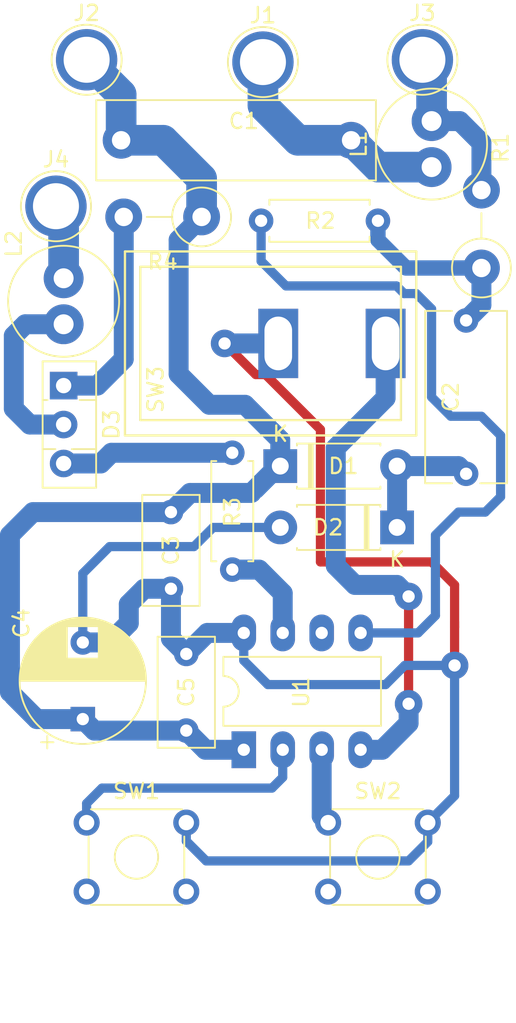
<source format=kicad_pcb>
(kicad_pcb (version 20171130) (host pcbnew 5.0.2-bee76a0~70~ubuntu16.04.1)

  (general
    (thickness 1.6)
    (drawings 8)
    (tracks 137)
    (zones 0)
    (modules 25)
    (nets 16)
  )

  (page A4)
  (title_block
    (title "Motor speed controller for INGCO MG1502.2")
    (date 2019-04-02)
    (rev 1.0)
    (company "Dilshan R Jayakody")
    (comment 1 jayakody2000lk@gmail.com)
  )

  (layers
    (0 F.Cu signal)
    (31 B.Cu signal)
    (32 B.Adhes user)
    (33 F.Adhes user)
    (34 B.Paste user)
    (35 F.Paste user)
    (36 B.SilkS user)
    (37 F.SilkS user)
    (38 B.Mask user)
    (39 F.Mask user)
    (40 Dwgs.User user)
    (41 Cmts.User user)
    (42 Eco1.User user)
    (43 Eco2.User user)
    (44 Edge.Cuts user)
    (45 Margin user)
    (46 B.CrtYd user)
    (47 F.CrtYd user)
    (48 B.Fab user)
    (49 F.Fab user)
  )

  (setup
    (last_trace_width 2)
    (trace_clearance 0.2)
    (zone_clearance 0.508)
    (zone_45_only no)
    (trace_min 0.2)
    (segment_width 0.2)
    (edge_width 0.15)
    (via_size 0.8)
    (via_drill 0.4)
    (via_min_size 0.4)
    (via_min_drill 0.3)
    (uvia_size 0.3)
    (uvia_drill 0.1)
    (uvias_allowed no)
    (uvia_min_size 0.2)
    (uvia_min_drill 0.1)
    (pcb_text_width 0.3)
    (pcb_text_size 1.5 1.5)
    (mod_edge_width 0.15)
    (mod_text_size 1 1)
    (mod_text_width 0.15)
    (pad_size 1.524 1.524)
    (pad_drill 0.762)
    (pad_to_mask_clearance 0.051)
    (solder_mask_min_width 0.25)
    (aux_axis_origin 0 0)
    (visible_elements FFFFFF7F)
    (pcbplotparams
      (layerselection 0x010fc_ffffffff)
      (usegerberextensions false)
      (usegerberattributes false)
      (usegerberadvancedattributes false)
      (creategerberjobfile false)
      (excludeedgelayer true)
      (linewidth 0.100000)
      (plotframeref false)
      (viasonmask false)
      (mode 1)
      (useauxorigin false)
      (hpglpennumber 1)
      (hpglpenspeed 20)
      (hpglpendiameter 15.000000)
      (psnegative false)
      (psa4output false)
      (plotreference true)
      (plotvalue true)
      (plotinvisibletext false)
      (padsonsilk false)
      (subtractmaskfromsilk false)
      (outputformat 1)
      (mirror false)
      (drillshape 1)
      (scaleselection 1)
      (outputdirectory ""))
  )

  (net 0 "")
  (net 1 "Net-(C1-Pad1)")
  (net 2 "Net-(C1-Pad2)")
  (net 3 "Net-(C2-Pad1)")
  (net 4 "Net-(C2-Pad2)")
  (net 5 GND)
  (net 6 "Net-(D3-Pad1)")
  (net 7 "Net-(D3-Pad2)")
  (net 8 "Net-(D3-Pad3)")
  (net 9 "Net-(J3-Pad1)")
  (net 10 "Net-(J4-Pad1)")
  (net 11 "Net-(R2-Pad1)")
  (net 12 "Net-(R3-Pad1)")
  (net 13 "Net-(SW1-Pad1)")
  (net 14 "Net-(SW2-Pad1)")
  (net 15 "Net-(SW3-Pad1)")

  (net_class Default "This is the default net class."
    (clearance 0.2)
    (trace_width 2)
    (via_dia 0.8)
    (via_drill 0.4)
    (uvia_dia 0.3)
    (uvia_drill 0.1)
    (add_net GND)
    (add_net "Net-(C1-Pad1)")
    (add_net "Net-(C1-Pad2)")
    (add_net "Net-(C2-Pad1)")
    (add_net "Net-(C2-Pad2)")
    (add_net "Net-(D3-Pad1)")
    (add_net "Net-(D3-Pad2)")
    (add_net "Net-(D3-Pad3)")
    (add_net "Net-(J3-Pad1)")
    (add_net "Net-(J4-Pad1)")
    (add_net "Net-(R2-Pad1)")
    (add_net "Net-(R3-Pad1)")
    (add_net "Net-(SW1-Pad1)")
    (add_net "Net-(SW2-Pad1)")
    (add_net "Net-(SW3-Pad1)")
  )

  (module MountingHole:MountingHole_2.5mm (layer F.Cu) (tedit 5CA20FDF) (tstamp 5CAE4573)
    (at 154.75 100.25)
    (descr "Mounting Hole 2.5mm, no annular")
    (tags "mounting hole 2.5mm no annular")
    (attr virtual)
    (fp_text reference H2 (at 0 -3.5) (layer F.SilkS) hide
      (effects (font (size 1 1) (thickness 0.15)))
    )
    (fp_text value "" (at 0 3.5) (layer F.Fab)
      (effects (font (size 1 1) (thickness 0.15)))
    )
    (fp_circle (center 0 0) (end 2.75 0) (layer F.CrtYd) (width 0.05))
    (fp_circle (center 0 0) (end 2.5 0) (layer Cmts.User) (width 0.15))
    (fp_text user %R (at 0.3 0) (layer F.Fab)
      (effects (font (size 1 1) (thickness 0.15)))
    )
    (pad 1 np_thru_hole circle (at 0 0) (size 2.5 2.5) (drill 2.5) (layers *.Cu *.Mask))
  )

  (module MountingHole:MountingHole_2.5mm (layer F.Cu) (tedit 5CA20FE3) (tstamp 5CAE4565)
    (at 126.75 100.25)
    (descr "Mounting Hole 2.5mm, no annular")
    (tags "mounting hole 2.5mm no annular")
    (attr virtual)
    (fp_text reference H1 (at 0 -3.5) (layer F.SilkS) hide
      (effects (font (size 1 1) (thickness 0.15)))
    )
    (fp_text value "" (at 0 3.5) (layer F.Fab)
      (effects (font (size 1 1) (thickness 0.15)))
    )
    (fp_text user %R (at 0.3 0) (layer F.Fab)
      (effects (font (size 1 1) (thickness 0.15)))
    )
    (fp_circle (center 0 0) (end 2.5 0) (layer Cmts.User) (width 0.15))
    (fp_circle (center 0 0) (end 2.75 0) (layer F.CrtYd) (width 0.05))
    (pad 1 np_thru_hole circle (at 0 0) (size 2.5 2.5) (drill 2.5) (layers *.Cu *.Mask))
  )

  (module Capacitor_THT:C_Rect_L18.0mm_W5.0mm_P15.00mm_FKS3_FKP3 (layer F.Cu) (tedit 5AE50EF0) (tstamp 5CC608C0)
    (at 131.75 72.75)
    (descr "C, Rect series, Radial, pin pitch=15.00mm, , length*width=18*5mm^2, Capacitor, http://www.wima.com/EN/WIMA_FKS_3.pdf")
    (tags "C Rect series Radial pin pitch 15.00mm  length 18mm width 5mm Capacitor")
    (path /5CA06500)
    (fp_text reference C1 (at 8 -1.25) (layer F.SilkS)
      (effects (font (size 1 1) (thickness 0.15)))
    )
    (fp_text value 0.27MFD (at 3.25 -3.5) (layer F.Fab)
      (effects (font (size 1 1) (thickness 0.15)))
    )
    (fp_line (start -1.5 -2.5) (end -1.5 2.5) (layer F.Fab) (width 0.1))
    (fp_line (start -1.5 2.5) (end 16.5 2.5) (layer F.Fab) (width 0.1))
    (fp_line (start 16.5 2.5) (end 16.5 -2.5) (layer F.Fab) (width 0.1))
    (fp_line (start 16.5 -2.5) (end -1.5 -2.5) (layer F.Fab) (width 0.1))
    (fp_line (start -1.62 -2.62) (end 16.62 -2.62) (layer F.SilkS) (width 0.12))
    (fp_line (start -1.62 2.62) (end 16.62 2.62) (layer F.SilkS) (width 0.12))
    (fp_line (start -1.62 -2.62) (end -1.62 2.62) (layer F.SilkS) (width 0.12))
    (fp_line (start 16.62 -2.62) (end 16.62 2.62) (layer F.SilkS) (width 0.12))
    (fp_line (start -1.75 -2.75) (end -1.75 2.75) (layer F.CrtYd) (width 0.05))
    (fp_line (start -1.75 2.75) (end 16.75 2.75) (layer F.CrtYd) (width 0.05))
    (fp_line (start 16.75 2.75) (end 16.75 -2.75) (layer F.CrtYd) (width 0.05))
    (fp_line (start 16.75 -2.75) (end -1.75 -2.75) (layer F.CrtYd) (width 0.05))
    (fp_text user %R (at 8 -1.25) (layer F.Fab)
      (effects (font (size 1 1) (thickness 0.15)))
    )
    (pad 1 thru_hole circle (at 0 0) (size 2.4 2.4) (drill 1.2) (layers *.Cu *.Mask)
      (net 1 "Net-(C1-Pad1)"))
    (pad 2 thru_hole circle (at 15 0) (size 2.4 2.4) (drill 1.2) (layers *.Cu *.Mask)
      (net 2 "Net-(C1-Pad2)"))
    (model ${KISYS3DMOD}/Capacitor_THT.3dshapes/C_Rect_L18.0mm_W5.0mm_P15.00mm_FKS3_FKP3.wrl
      (at (xyz 0 0 0))
      (scale (xyz 1 1 1))
      (rotate (xyz 0 0 0))
    )
  )

  (module Capacitor_THT:C_Rect_L11.0mm_W5.1mm_P10.00mm_MKT (layer F.Cu) (tedit 5AE50EF0) (tstamp 5CC608D5)
    (at 154.25 94.5 90)
    (descr "C, Rect series, Radial, pin pitch=10.00mm, , length*width=11.0*5.1mm^2, Capacitor, https://en.tdk.eu/inf/20/20/db/fc_2009/MKT_B32560_564.pdf")
    (tags "C Rect series Radial pin pitch 10.00mm  length 11.0mm width 5.1mm Capacitor")
    (path /5CA06ECF)
    (fp_text reference C2 (at 5 -1 90) (layer F.SilkS)
      (effects (font (size 1 1) (thickness 0.15)))
    )
    (fp_text value 0.1MFD (at 5 1 90) (layer F.Fab)
      (effects (font (size 1 1) (thickness 0.15)))
    )
    (fp_line (start -0.5 -2.55) (end -0.5 2.55) (layer F.Fab) (width 0.1))
    (fp_line (start -0.5 2.55) (end 10.5 2.55) (layer F.Fab) (width 0.1))
    (fp_line (start 10.5 2.55) (end 10.5 -2.55) (layer F.Fab) (width 0.1))
    (fp_line (start 10.5 -2.55) (end -0.5 -2.55) (layer F.Fab) (width 0.1))
    (fp_line (start -0.62 -2.67) (end 10.62 -2.67) (layer F.SilkS) (width 0.12))
    (fp_line (start -0.62 2.67) (end 10.62 2.67) (layer F.SilkS) (width 0.12))
    (fp_line (start -0.62 -2.67) (end -0.62 -0.925) (layer F.SilkS) (width 0.12))
    (fp_line (start -0.62 0.925) (end -0.62 2.67) (layer F.SilkS) (width 0.12))
    (fp_line (start 10.62 -2.67) (end 10.62 -0.925) (layer F.SilkS) (width 0.12))
    (fp_line (start 10.62 0.925) (end 10.62 2.67) (layer F.SilkS) (width 0.12))
    (fp_line (start -1.05 -2.8) (end -1.05 2.8) (layer F.CrtYd) (width 0.05))
    (fp_line (start -1.05 2.8) (end 11.05 2.8) (layer F.CrtYd) (width 0.05))
    (fp_line (start 11.05 2.8) (end 11.05 -2.8) (layer F.CrtYd) (width 0.05))
    (fp_line (start 11.05 -2.8) (end -1.05 -2.8) (layer F.CrtYd) (width 0.05))
    (fp_text user %R (at 5 -1 90) (layer F.Fab)
      (effects (font (size 1 1) (thickness 0.15)))
    )
    (pad 1 thru_hole circle (at 0 0 90) (size 1.6 1.6) (drill 0.8) (layers *.Cu *.Mask)
      (net 3 "Net-(C2-Pad1)"))
    (pad 2 thru_hole circle (at 10 0 90) (size 1.6 1.6) (drill 0.8) (layers *.Cu *.Mask)
      (net 4 "Net-(C2-Pad2)"))
    (model ${KISYS3DMOD}/Capacitor_THT.3dshapes/C_Rect_L11.0mm_W5.1mm_P10.00mm_MKT.wrl
      (at (xyz 0 0 0))
      (scale (xyz 1 1 1))
      (rotate (xyz 0 0 0))
    )
  )

  (module Capacitor_THT:C_Rect_L7.0mm_W3.5mm_P5.00mm (layer F.Cu) (tedit 5AE50EF0) (tstamp 5CC608E8)
    (at 135 97 270)
    (descr "C, Rect series, Radial, pin pitch=5.00mm, , length*width=7*3.5mm^2, Capacitor")
    (tags "C Rect series Radial pin pitch 5.00mm  length 7mm width 3.5mm Capacitor")
    (path /5CA086BF)
    (fp_text reference C3 (at 2.5 0 270) (layer F.SilkS)
      (effects (font (size 1 1) (thickness 0.15)))
    )
    (fp_text value 0.1MFD (at 2.5 3 270) (layer F.Fab)
      (effects (font (size 1 1) (thickness 0.15)))
    )
    (fp_text user %R (at 2.5 0 270) (layer F.Fab)
      (effects (font (size 1 1) (thickness 0.15)))
    )
    (fp_line (start 6.25 -2) (end -1.25 -2) (layer F.CrtYd) (width 0.05))
    (fp_line (start 6.25 2) (end 6.25 -2) (layer F.CrtYd) (width 0.05))
    (fp_line (start -1.25 2) (end 6.25 2) (layer F.CrtYd) (width 0.05))
    (fp_line (start -1.25 -2) (end -1.25 2) (layer F.CrtYd) (width 0.05))
    (fp_line (start 6.12 -1.87) (end 6.12 1.87) (layer F.SilkS) (width 0.12))
    (fp_line (start -1.12 -1.87) (end -1.12 1.87) (layer F.SilkS) (width 0.12))
    (fp_line (start -1.12 1.87) (end 6.12 1.87) (layer F.SilkS) (width 0.12))
    (fp_line (start -1.12 -1.87) (end 6.12 -1.87) (layer F.SilkS) (width 0.12))
    (fp_line (start 6 -1.75) (end -1 -1.75) (layer F.Fab) (width 0.1))
    (fp_line (start 6 1.75) (end 6 -1.75) (layer F.Fab) (width 0.1))
    (fp_line (start -1 1.75) (end 6 1.75) (layer F.Fab) (width 0.1))
    (fp_line (start -1 -1.75) (end -1 1.75) (layer F.Fab) (width 0.1))
    (pad 2 thru_hole circle (at 5 0 270) (size 1.6 1.6) (drill 0.8) (layers *.Cu *.Mask)
      (net 5 GND))
    (pad 1 thru_hole circle (at 0 0 270) (size 1.6 1.6) (drill 0.8) (layers *.Cu *.Mask)
      (net 1 "Net-(C1-Pad1)"))
    (model ${KISYS3DMOD}/Capacitor_THT.3dshapes/C_Rect_L7.0mm_W3.5mm_P5.00mm.wrl
      (at (xyz 0 0 0))
      (scale (xyz 1 1 1))
      (rotate (xyz 0 0 0))
    )
  )

  (module Capacitor_THT:CP_Radial_D8.0mm_P5.00mm (layer F.Cu) (tedit 5AE50EF0) (tstamp 5CC61AEC)
    (at 129.25 110.5 90)
    (descr "CP, Radial series, Radial, pin pitch=5.00mm, , diameter=8mm, Electrolytic Capacitor")
    (tags "CP Radial series Radial pin pitch 5.00mm  diameter 8mm Electrolytic Capacitor")
    (path /5CA08B8D)
    (fp_text reference C4 (at 6.25 -4 90) (layer F.SilkS)
      (effects (font (size 1 1) (thickness 0.15)))
    )
    (fp_text value 220MFD (at -3 -0.25 180) (layer F.Fab)
      (effects (font (size 1 1) (thickness 0.15)))
    )
    (fp_circle (center 2.5 0) (end 6.5 0) (layer F.Fab) (width 0.1))
    (fp_circle (center 2.5 0) (end 6.62 0) (layer F.SilkS) (width 0.12))
    (fp_circle (center 2.5 0) (end 6.75 0) (layer F.CrtYd) (width 0.05))
    (fp_line (start -0.926759 -1.7475) (end -0.126759 -1.7475) (layer F.Fab) (width 0.1))
    (fp_line (start -0.526759 -2.1475) (end -0.526759 -1.3475) (layer F.Fab) (width 0.1))
    (fp_line (start 2.5 -4.08) (end 2.5 4.08) (layer F.SilkS) (width 0.12))
    (fp_line (start 2.54 -4.08) (end 2.54 4.08) (layer F.SilkS) (width 0.12))
    (fp_line (start 2.58 -4.08) (end 2.58 4.08) (layer F.SilkS) (width 0.12))
    (fp_line (start 2.62 -4.079) (end 2.62 4.079) (layer F.SilkS) (width 0.12))
    (fp_line (start 2.66 -4.077) (end 2.66 4.077) (layer F.SilkS) (width 0.12))
    (fp_line (start 2.7 -4.076) (end 2.7 4.076) (layer F.SilkS) (width 0.12))
    (fp_line (start 2.74 -4.074) (end 2.74 4.074) (layer F.SilkS) (width 0.12))
    (fp_line (start 2.78 -4.071) (end 2.78 4.071) (layer F.SilkS) (width 0.12))
    (fp_line (start 2.82 -4.068) (end 2.82 4.068) (layer F.SilkS) (width 0.12))
    (fp_line (start 2.86 -4.065) (end 2.86 4.065) (layer F.SilkS) (width 0.12))
    (fp_line (start 2.9 -4.061) (end 2.9 4.061) (layer F.SilkS) (width 0.12))
    (fp_line (start 2.94 -4.057) (end 2.94 4.057) (layer F.SilkS) (width 0.12))
    (fp_line (start 2.98 -4.052) (end 2.98 4.052) (layer F.SilkS) (width 0.12))
    (fp_line (start 3.02 -4.048) (end 3.02 4.048) (layer F.SilkS) (width 0.12))
    (fp_line (start 3.06 -4.042) (end 3.06 4.042) (layer F.SilkS) (width 0.12))
    (fp_line (start 3.1 -4.037) (end 3.1 4.037) (layer F.SilkS) (width 0.12))
    (fp_line (start 3.14 -4.03) (end 3.14 4.03) (layer F.SilkS) (width 0.12))
    (fp_line (start 3.18 -4.024) (end 3.18 4.024) (layer F.SilkS) (width 0.12))
    (fp_line (start 3.221 -4.017) (end 3.221 4.017) (layer F.SilkS) (width 0.12))
    (fp_line (start 3.261 -4.01) (end 3.261 4.01) (layer F.SilkS) (width 0.12))
    (fp_line (start 3.301 -4.002) (end 3.301 4.002) (layer F.SilkS) (width 0.12))
    (fp_line (start 3.341 -3.994) (end 3.341 3.994) (layer F.SilkS) (width 0.12))
    (fp_line (start 3.381 -3.985) (end 3.381 3.985) (layer F.SilkS) (width 0.12))
    (fp_line (start 3.421 -3.976) (end 3.421 3.976) (layer F.SilkS) (width 0.12))
    (fp_line (start 3.461 -3.967) (end 3.461 3.967) (layer F.SilkS) (width 0.12))
    (fp_line (start 3.501 -3.957) (end 3.501 3.957) (layer F.SilkS) (width 0.12))
    (fp_line (start 3.541 -3.947) (end 3.541 3.947) (layer F.SilkS) (width 0.12))
    (fp_line (start 3.581 -3.936) (end 3.581 3.936) (layer F.SilkS) (width 0.12))
    (fp_line (start 3.621 -3.925) (end 3.621 3.925) (layer F.SilkS) (width 0.12))
    (fp_line (start 3.661 -3.914) (end 3.661 3.914) (layer F.SilkS) (width 0.12))
    (fp_line (start 3.701 -3.902) (end 3.701 3.902) (layer F.SilkS) (width 0.12))
    (fp_line (start 3.741 -3.889) (end 3.741 3.889) (layer F.SilkS) (width 0.12))
    (fp_line (start 3.781 -3.877) (end 3.781 3.877) (layer F.SilkS) (width 0.12))
    (fp_line (start 3.821 -3.863) (end 3.821 3.863) (layer F.SilkS) (width 0.12))
    (fp_line (start 3.861 -3.85) (end 3.861 3.85) (layer F.SilkS) (width 0.12))
    (fp_line (start 3.901 -3.835) (end 3.901 3.835) (layer F.SilkS) (width 0.12))
    (fp_line (start 3.941 -3.821) (end 3.941 3.821) (layer F.SilkS) (width 0.12))
    (fp_line (start 3.981 -3.805) (end 3.981 -1.04) (layer F.SilkS) (width 0.12))
    (fp_line (start 3.981 1.04) (end 3.981 3.805) (layer F.SilkS) (width 0.12))
    (fp_line (start 4.021 -3.79) (end 4.021 -1.04) (layer F.SilkS) (width 0.12))
    (fp_line (start 4.021 1.04) (end 4.021 3.79) (layer F.SilkS) (width 0.12))
    (fp_line (start 4.061 -3.774) (end 4.061 -1.04) (layer F.SilkS) (width 0.12))
    (fp_line (start 4.061 1.04) (end 4.061 3.774) (layer F.SilkS) (width 0.12))
    (fp_line (start 4.101 -3.757) (end 4.101 -1.04) (layer F.SilkS) (width 0.12))
    (fp_line (start 4.101 1.04) (end 4.101 3.757) (layer F.SilkS) (width 0.12))
    (fp_line (start 4.141 -3.74) (end 4.141 -1.04) (layer F.SilkS) (width 0.12))
    (fp_line (start 4.141 1.04) (end 4.141 3.74) (layer F.SilkS) (width 0.12))
    (fp_line (start 4.181 -3.722) (end 4.181 -1.04) (layer F.SilkS) (width 0.12))
    (fp_line (start 4.181 1.04) (end 4.181 3.722) (layer F.SilkS) (width 0.12))
    (fp_line (start 4.221 -3.704) (end 4.221 -1.04) (layer F.SilkS) (width 0.12))
    (fp_line (start 4.221 1.04) (end 4.221 3.704) (layer F.SilkS) (width 0.12))
    (fp_line (start 4.261 -3.686) (end 4.261 -1.04) (layer F.SilkS) (width 0.12))
    (fp_line (start 4.261 1.04) (end 4.261 3.686) (layer F.SilkS) (width 0.12))
    (fp_line (start 4.301 -3.666) (end 4.301 -1.04) (layer F.SilkS) (width 0.12))
    (fp_line (start 4.301 1.04) (end 4.301 3.666) (layer F.SilkS) (width 0.12))
    (fp_line (start 4.341 -3.647) (end 4.341 -1.04) (layer F.SilkS) (width 0.12))
    (fp_line (start 4.341 1.04) (end 4.341 3.647) (layer F.SilkS) (width 0.12))
    (fp_line (start 4.381 -3.627) (end 4.381 -1.04) (layer F.SilkS) (width 0.12))
    (fp_line (start 4.381 1.04) (end 4.381 3.627) (layer F.SilkS) (width 0.12))
    (fp_line (start 4.421 -3.606) (end 4.421 -1.04) (layer F.SilkS) (width 0.12))
    (fp_line (start 4.421 1.04) (end 4.421 3.606) (layer F.SilkS) (width 0.12))
    (fp_line (start 4.461 -3.584) (end 4.461 -1.04) (layer F.SilkS) (width 0.12))
    (fp_line (start 4.461 1.04) (end 4.461 3.584) (layer F.SilkS) (width 0.12))
    (fp_line (start 4.501 -3.562) (end 4.501 -1.04) (layer F.SilkS) (width 0.12))
    (fp_line (start 4.501 1.04) (end 4.501 3.562) (layer F.SilkS) (width 0.12))
    (fp_line (start 4.541 -3.54) (end 4.541 -1.04) (layer F.SilkS) (width 0.12))
    (fp_line (start 4.541 1.04) (end 4.541 3.54) (layer F.SilkS) (width 0.12))
    (fp_line (start 4.581 -3.517) (end 4.581 -1.04) (layer F.SilkS) (width 0.12))
    (fp_line (start 4.581 1.04) (end 4.581 3.517) (layer F.SilkS) (width 0.12))
    (fp_line (start 4.621 -3.493) (end 4.621 -1.04) (layer F.SilkS) (width 0.12))
    (fp_line (start 4.621 1.04) (end 4.621 3.493) (layer F.SilkS) (width 0.12))
    (fp_line (start 4.661 -3.469) (end 4.661 -1.04) (layer F.SilkS) (width 0.12))
    (fp_line (start 4.661 1.04) (end 4.661 3.469) (layer F.SilkS) (width 0.12))
    (fp_line (start 4.701 -3.444) (end 4.701 -1.04) (layer F.SilkS) (width 0.12))
    (fp_line (start 4.701 1.04) (end 4.701 3.444) (layer F.SilkS) (width 0.12))
    (fp_line (start 4.741 -3.418) (end 4.741 -1.04) (layer F.SilkS) (width 0.12))
    (fp_line (start 4.741 1.04) (end 4.741 3.418) (layer F.SilkS) (width 0.12))
    (fp_line (start 4.781 -3.392) (end 4.781 -1.04) (layer F.SilkS) (width 0.12))
    (fp_line (start 4.781 1.04) (end 4.781 3.392) (layer F.SilkS) (width 0.12))
    (fp_line (start 4.821 -3.365) (end 4.821 -1.04) (layer F.SilkS) (width 0.12))
    (fp_line (start 4.821 1.04) (end 4.821 3.365) (layer F.SilkS) (width 0.12))
    (fp_line (start 4.861 -3.338) (end 4.861 -1.04) (layer F.SilkS) (width 0.12))
    (fp_line (start 4.861 1.04) (end 4.861 3.338) (layer F.SilkS) (width 0.12))
    (fp_line (start 4.901 -3.309) (end 4.901 -1.04) (layer F.SilkS) (width 0.12))
    (fp_line (start 4.901 1.04) (end 4.901 3.309) (layer F.SilkS) (width 0.12))
    (fp_line (start 4.941 -3.28) (end 4.941 -1.04) (layer F.SilkS) (width 0.12))
    (fp_line (start 4.941 1.04) (end 4.941 3.28) (layer F.SilkS) (width 0.12))
    (fp_line (start 4.981 -3.25) (end 4.981 -1.04) (layer F.SilkS) (width 0.12))
    (fp_line (start 4.981 1.04) (end 4.981 3.25) (layer F.SilkS) (width 0.12))
    (fp_line (start 5.021 -3.22) (end 5.021 -1.04) (layer F.SilkS) (width 0.12))
    (fp_line (start 5.021 1.04) (end 5.021 3.22) (layer F.SilkS) (width 0.12))
    (fp_line (start 5.061 -3.189) (end 5.061 -1.04) (layer F.SilkS) (width 0.12))
    (fp_line (start 5.061 1.04) (end 5.061 3.189) (layer F.SilkS) (width 0.12))
    (fp_line (start 5.101 -3.156) (end 5.101 -1.04) (layer F.SilkS) (width 0.12))
    (fp_line (start 5.101 1.04) (end 5.101 3.156) (layer F.SilkS) (width 0.12))
    (fp_line (start 5.141 -3.124) (end 5.141 -1.04) (layer F.SilkS) (width 0.12))
    (fp_line (start 5.141 1.04) (end 5.141 3.124) (layer F.SilkS) (width 0.12))
    (fp_line (start 5.181 -3.09) (end 5.181 -1.04) (layer F.SilkS) (width 0.12))
    (fp_line (start 5.181 1.04) (end 5.181 3.09) (layer F.SilkS) (width 0.12))
    (fp_line (start 5.221 -3.055) (end 5.221 -1.04) (layer F.SilkS) (width 0.12))
    (fp_line (start 5.221 1.04) (end 5.221 3.055) (layer F.SilkS) (width 0.12))
    (fp_line (start 5.261 -3.019) (end 5.261 -1.04) (layer F.SilkS) (width 0.12))
    (fp_line (start 5.261 1.04) (end 5.261 3.019) (layer F.SilkS) (width 0.12))
    (fp_line (start 5.301 -2.983) (end 5.301 -1.04) (layer F.SilkS) (width 0.12))
    (fp_line (start 5.301 1.04) (end 5.301 2.983) (layer F.SilkS) (width 0.12))
    (fp_line (start 5.341 -2.945) (end 5.341 -1.04) (layer F.SilkS) (width 0.12))
    (fp_line (start 5.341 1.04) (end 5.341 2.945) (layer F.SilkS) (width 0.12))
    (fp_line (start 5.381 -2.907) (end 5.381 -1.04) (layer F.SilkS) (width 0.12))
    (fp_line (start 5.381 1.04) (end 5.381 2.907) (layer F.SilkS) (width 0.12))
    (fp_line (start 5.421 -2.867) (end 5.421 -1.04) (layer F.SilkS) (width 0.12))
    (fp_line (start 5.421 1.04) (end 5.421 2.867) (layer F.SilkS) (width 0.12))
    (fp_line (start 5.461 -2.826) (end 5.461 -1.04) (layer F.SilkS) (width 0.12))
    (fp_line (start 5.461 1.04) (end 5.461 2.826) (layer F.SilkS) (width 0.12))
    (fp_line (start 5.501 -2.784) (end 5.501 -1.04) (layer F.SilkS) (width 0.12))
    (fp_line (start 5.501 1.04) (end 5.501 2.784) (layer F.SilkS) (width 0.12))
    (fp_line (start 5.541 -2.741) (end 5.541 -1.04) (layer F.SilkS) (width 0.12))
    (fp_line (start 5.541 1.04) (end 5.541 2.741) (layer F.SilkS) (width 0.12))
    (fp_line (start 5.581 -2.697) (end 5.581 -1.04) (layer F.SilkS) (width 0.12))
    (fp_line (start 5.581 1.04) (end 5.581 2.697) (layer F.SilkS) (width 0.12))
    (fp_line (start 5.621 -2.651) (end 5.621 -1.04) (layer F.SilkS) (width 0.12))
    (fp_line (start 5.621 1.04) (end 5.621 2.651) (layer F.SilkS) (width 0.12))
    (fp_line (start 5.661 -2.604) (end 5.661 -1.04) (layer F.SilkS) (width 0.12))
    (fp_line (start 5.661 1.04) (end 5.661 2.604) (layer F.SilkS) (width 0.12))
    (fp_line (start 5.701 -2.556) (end 5.701 -1.04) (layer F.SilkS) (width 0.12))
    (fp_line (start 5.701 1.04) (end 5.701 2.556) (layer F.SilkS) (width 0.12))
    (fp_line (start 5.741 -2.505) (end 5.741 -1.04) (layer F.SilkS) (width 0.12))
    (fp_line (start 5.741 1.04) (end 5.741 2.505) (layer F.SilkS) (width 0.12))
    (fp_line (start 5.781 -2.454) (end 5.781 -1.04) (layer F.SilkS) (width 0.12))
    (fp_line (start 5.781 1.04) (end 5.781 2.454) (layer F.SilkS) (width 0.12))
    (fp_line (start 5.821 -2.4) (end 5.821 -1.04) (layer F.SilkS) (width 0.12))
    (fp_line (start 5.821 1.04) (end 5.821 2.4) (layer F.SilkS) (width 0.12))
    (fp_line (start 5.861 -2.345) (end 5.861 -1.04) (layer F.SilkS) (width 0.12))
    (fp_line (start 5.861 1.04) (end 5.861 2.345) (layer F.SilkS) (width 0.12))
    (fp_line (start 5.901 -2.287) (end 5.901 -1.04) (layer F.SilkS) (width 0.12))
    (fp_line (start 5.901 1.04) (end 5.901 2.287) (layer F.SilkS) (width 0.12))
    (fp_line (start 5.941 -2.228) (end 5.941 -1.04) (layer F.SilkS) (width 0.12))
    (fp_line (start 5.941 1.04) (end 5.941 2.228) (layer F.SilkS) (width 0.12))
    (fp_line (start 5.981 -2.166) (end 5.981 -1.04) (layer F.SilkS) (width 0.12))
    (fp_line (start 5.981 1.04) (end 5.981 2.166) (layer F.SilkS) (width 0.12))
    (fp_line (start 6.021 -2.102) (end 6.021 -1.04) (layer F.SilkS) (width 0.12))
    (fp_line (start 6.021 1.04) (end 6.021 2.102) (layer F.SilkS) (width 0.12))
    (fp_line (start 6.061 -2.034) (end 6.061 2.034) (layer F.SilkS) (width 0.12))
    (fp_line (start 6.101 -1.964) (end 6.101 1.964) (layer F.SilkS) (width 0.12))
    (fp_line (start 6.141 -1.89) (end 6.141 1.89) (layer F.SilkS) (width 0.12))
    (fp_line (start 6.181 -1.813) (end 6.181 1.813) (layer F.SilkS) (width 0.12))
    (fp_line (start 6.221 -1.731) (end 6.221 1.731) (layer F.SilkS) (width 0.12))
    (fp_line (start 6.261 -1.645) (end 6.261 1.645) (layer F.SilkS) (width 0.12))
    (fp_line (start 6.301 -1.552) (end 6.301 1.552) (layer F.SilkS) (width 0.12))
    (fp_line (start 6.341 -1.453) (end 6.341 1.453) (layer F.SilkS) (width 0.12))
    (fp_line (start 6.381 -1.346) (end 6.381 1.346) (layer F.SilkS) (width 0.12))
    (fp_line (start 6.421 -1.229) (end 6.421 1.229) (layer F.SilkS) (width 0.12))
    (fp_line (start 6.461 -1.098) (end 6.461 1.098) (layer F.SilkS) (width 0.12))
    (fp_line (start 6.501 -0.948) (end 6.501 0.948) (layer F.SilkS) (width 0.12))
    (fp_line (start 6.541 -0.768) (end 6.541 0.768) (layer F.SilkS) (width 0.12))
    (fp_line (start 6.581 -0.533) (end 6.581 0.533) (layer F.SilkS) (width 0.12))
    (fp_line (start -1.909698 -2.315) (end -1.109698 -2.315) (layer F.SilkS) (width 0.12))
    (fp_line (start -1.509698 -2.715) (end -1.509698 -1.915) (layer F.SilkS) (width 0.12))
    (fp_text user %R (at 6.25 -4 90) (layer F.Fab)
      (effects (font (size 1 1) (thickness 0.15)))
    )
    (pad 1 thru_hole rect (at 0 0 90) (size 1.6 1.6) (drill 0.8) (layers *.Cu *.Mask)
      (net 1 "Net-(C1-Pad1)"))
    (pad 2 thru_hole circle (at 5 0 90) (size 1.6 1.6) (drill 0.8) (layers *.Cu *.Mask)
      (net 5 GND))
    (model ${KISYS3DMOD}/Capacitor_THT.3dshapes/CP_Radial_D8.0mm_P5.00mm.wrl
      (at (xyz 0 0 0))
      (scale (xyz 1 1 1))
      (rotate (xyz 0 0 0))
    )
  )

  (module Capacitor_THT:C_Rect_L7.0mm_W3.5mm_P5.00mm (layer F.Cu) (tedit 5AE50EF0) (tstamp 5CC609A4)
    (at 136 111.25 90)
    (descr "C, Rect series, Radial, pin pitch=5.00mm, , length*width=7*3.5mm^2, Capacitor")
    (tags "C Rect series Radial pin pitch 5.00mm  length 7mm width 3.5mm Capacitor")
    (path /5CA0998D)
    (fp_text reference C5 (at 2.5 0 90) (layer F.SilkS)
      (effects (font (size 1 1) (thickness 0.15)))
    )
    (fp_text value 0.1MFD (at 7 -0.75 180) (layer F.Fab)
      (effects (font (size 1 1) (thickness 0.15)))
    )
    (fp_line (start -1 -1.75) (end -1 1.75) (layer F.Fab) (width 0.1))
    (fp_line (start -1 1.75) (end 6 1.75) (layer F.Fab) (width 0.1))
    (fp_line (start 6 1.75) (end 6 -1.75) (layer F.Fab) (width 0.1))
    (fp_line (start 6 -1.75) (end -1 -1.75) (layer F.Fab) (width 0.1))
    (fp_line (start -1.12 -1.87) (end 6.12 -1.87) (layer F.SilkS) (width 0.12))
    (fp_line (start -1.12 1.87) (end 6.12 1.87) (layer F.SilkS) (width 0.12))
    (fp_line (start -1.12 -1.87) (end -1.12 1.87) (layer F.SilkS) (width 0.12))
    (fp_line (start 6.12 -1.87) (end 6.12 1.87) (layer F.SilkS) (width 0.12))
    (fp_line (start -1.25 -2) (end -1.25 2) (layer F.CrtYd) (width 0.05))
    (fp_line (start -1.25 2) (end 6.25 2) (layer F.CrtYd) (width 0.05))
    (fp_line (start 6.25 2) (end 6.25 -2) (layer F.CrtYd) (width 0.05))
    (fp_line (start 6.25 -2) (end -1.25 -2) (layer F.CrtYd) (width 0.05))
    (fp_text user %R (at 2.5 0 90) (layer F.Fab)
      (effects (font (size 1 1) (thickness 0.15)))
    )
    (pad 1 thru_hole circle (at 0 0 90) (size 1.6 1.6) (drill 0.8) (layers *.Cu *.Mask)
      (net 1 "Net-(C1-Pad1)"))
    (pad 2 thru_hole circle (at 5 0 90) (size 1.6 1.6) (drill 0.8) (layers *.Cu *.Mask)
      (net 5 GND))
    (model ${KISYS3DMOD}/Capacitor_THT.3dshapes/C_Rect_L7.0mm_W3.5mm_P5.00mm.wrl
      (at (xyz 0 0 0))
      (scale (xyz 1 1 1))
      (rotate (xyz 0 0 0))
    )
  )

  (module Diode_THT:D_DO-41_SOD81_P7.62mm_Horizontal (layer F.Cu) (tedit 5AE50CD5) (tstamp 5CA21345)
    (at 142.13 94)
    (descr "Diode, DO-41_SOD81 series, Axial, Horizontal, pin pitch=7.62mm, , length*diameter=5.2*2.7mm^2, , http://www.diodes.com/_files/packages/DO-41%20(Plastic).pdf")
    (tags "Diode DO-41_SOD81 series Axial Horizontal pin pitch 7.62mm  length 5.2mm diameter 2.7mm")
    (path /5CA07353)
    (fp_text reference D1 (at 4.12 0) (layer F.SilkS)
      (effects (font (size 1 1) (thickness 0.15)))
    )
    (fp_text value 1N4733A (at 3.87 -3.75) (layer F.Fab)
      (effects (font (size 1 1) (thickness 0.15)))
    )
    (fp_text user K (at 0 -2.1) (layer F.SilkS)
      (effects (font (size 1 1) (thickness 0.15)))
    )
    (fp_text user K (at 0 -2.1) (layer F.Fab)
      (effects (font (size 1 1) (thickness 0.15)))
    )
    (fp_text user %R (at 4.2 0) (layer F.Fab)
      (effects (font (size 1 1) (thickness 0.15)))
    )
    (fp_line (start 8.97 -1.6) (end -1.35 -1.6) (layer F.CrtYd) (width 0.05))
    (fp_line (start 8.97 1.6) (end 8.97 -1.6) (layer F.CrtYd) (width 0.05))
    (fp_line (start -1.35 1.6) (end 8.97 1.6) (layer F.CrtYd) (width 0.05))
    (fp_line (start -1.35 -1.6) (end -1.35 1.6) (layer F.CrtYd) (width 0.05))
    (fp_line (start 1.87 -1.47) (end 1.87 1.47) (layer F.SilkS) (width 0.12))
    (fp_line (start 2.11 -1.47) (end 2.11 1.47) (layer F.SilkS) (width 0.12))
    (fp_line (start 1.99 -1.47) (end 1.99 1.47) (layer F.SilkS) (width 0.12))
    (fp_line (start 6.53 1.47) (end 6.53 1.34) (layer F.SilkS) (width 0.12))
    (fp_line (start 1.09 1.47) (end 6.53 1.47) (layer F.SilkS) (width 0.12))
    (fp_line (start 1.09 1.34) (end 1.09 1.47) (layer F.SilkS) (width 0.12))
    (fp_line (start 6.53 -1.47) (end 6.53 -1.34) (layer F.SilkS) (width 0.12))
    (fp_line (start 1.09 -1.47) (end 6.53 -1.47) (layer F.SilkS) (width 0.12))
    (fp_line (start 1.09 -1.34) (end 1.09 -1.47) (layer F.SilkS) (width 0.12))
    (fp_line (start 1.89 -1.35) (end 1.89 1.35) (layer F.Fab) (width 0.1))
    (fp_line (start 2.09 -1.35) (end 2.09 1.35) (layer F.Fab) (width 0.1))
    (fp_line (start 1.99 -1.35) (end 1.99 1.35) (layer F.Fab) (width 0.1))
    (fp_line (start 7.62 0) (end 6.41 0) (layer F.Fab) (width 0.1))
    (fp_line (start 0 0) (end 1.21 0) (layer F.Fab) (width 0.1))
    (fp_line (start 6.41 -1.35) (end 1.21 -1.35) (layer F.Fab) (width 0.1))
    (fp_line (start 6.41 1.35) (end 6.41 -1.35) (layer F.Fab) (width 0.1))
    (fp_line (start 1.21 1.35) (end 6.41 1.35) (layer F.Fab) (width 0.1))
    (fp_line (start 1.21 -1.35) (end 1.21 1.35) (layer F.Fab) (width 0.1))
    (pad 2 thru_hole oval (at 7.62 0) (size 2.2 2.2) (drill 1.1) (layers *.Cu *.Mask)
      (net 3 "Net-(C2-Pad1)"))
    (pad 1 thru_hole rect (at 0 0) (size 2.2 2.2) (drill 1.1) (layers *.Cu *.Mask)
      (net 1 "Net-(C1-Pad1)"))
    (model ${KISYS3DMOD}/Diode_THT.3dshapes/D_DO-41_SOD81_P7.62mm_Horizontal.wrl
      (at (xyz 0 0 0))
      (scale (xyz 1 1 1))
      (rotate (xyz 0 0 0))
    )
  )

  (module Diode_THT:D_DO-41_SOD81_P7.62mm_Horizontal (layer F.Cu) (tedit 5AE50CD5) (tstamp 5CC609E2)
    (at 149.75 98 180)
    (descr "Diode, DO-41_SOD81 series, Axial, Horizontal, pin pitch=7.62mm, , length*diameter=5.2*2.7mm^2, , http://www.diodes.com/_files/packages/DO-41%20(Plastic).pdf")
    (tags "Diode DO-41_SOD81 series Axial Horizontal pin pitch 7.62mm  length 5.2mm diameter 2.7mm")
    (path /5CA0763F)
    (fp_text reference D2 (at 4.5 0 180) (layer F.SilkS)
      (effects (font (size 1 1) (thickness 0.15)))
    )
    (fp_text value 1N4007 (at 4 -2.5 180) (layer F.Fab)
      (effects (font (size 1 1) (thickness 0.15)))
    )
    (fp_line (start 1.21 -1.35) (end 1.21 1.35) (layer F.Fab) (width 0.1))
    (fp_line (start 1.21 1.35) (end 6.41 1.35) (layer F.Fab) (width 0.1))
    (fp_line (start 6.41 1.35) (end 6.41 -1.35) (layer F.Fab) (width 0.1))
    (fp_line (start 6.41 -1.35) (end 1.21 -1.35) (layer F.Fab) (width 0.1))
    (fp_line (start 0 0) (end 1.21 0) (layer F.Fab) (width 0.1))
    (fp_line (start 7.62 0) (end 6.41 0) (layer F.Fab) (width 0.1))
    (fp_line (start 1.99 -1.35) (end 1.99 1.35) (layer F.Fab) (width 0.1))
    (fp_line (start 2.09 -1.35) (end 2.09 1.35) (layer F.Fab) (width 0.1))
    (fp_line (start 1.89 -1.35) (end 1.89 1.35) (layer F.Fab) (width 0.1))
    (fp_line (start 1.09 -1.34) (end 1.09 -1.47) (layer F.SilkS) (width 0.12))
    (fp_line (start 1.09 -1.47) (end 6.53 -1.47) (layer F.SilkS) (width 0.12))
    (fp_line (start 6.53 -1.47) (end 6.53 -1.34) (layer F.SilkS) (width 0.12))
    (fp_line (start 1.09 1.34) (end 1.09 1.47) (layer F.SilkS) (width 0.12))
    (fp_line (start 1.09 1.47) (end 6.53 1.47) (layer F.SilkS) (width 0.12))
    (fp_line (start 6.53 1.47) (end 6.53 1.34) (layer F.SilkS) (width 0.12))
    (fp_line (start 1.99 -1.47) (end 1.99 1.47) (layer F.SilkS) (width 0.12))
    (fp_line (start 2.11 -1.47) (end 2.11 1.47) (layer F.SilkS) (width 0.12))
    (fp_line (start 1.87 -1.47) (end 1.87 1.47) (layer F.SilkS) (width 0.12))
    (fp_line (start -1.35 -1.6) (end -1.35 1.6) (layer F.CrtYd) (width 0.05))
    (fp_line (start -1.35 1.6) (end 8.97 1.6) (layer F.CrtYd) (width 0.05))
    (fp_line (start 8.97 1.6) (end 8.97 -1.6) (layer F.CrtYd) (width 0.05))
    (fp_line (start 8.97 -1.6) (end -1.35 -1.6) (layer F.CrtYd) (width 0.05))
    (fp_text user %R (at 4.5 0 180) (layer F.Fab)
      (effects (font (size 1 1) (thickness 0.15)))
    )
    (fp_text user K (at 0 -2.1 180) (layer F.Fab)
      (effects (font (size 1 1) (thickness 0.15)))
    )
    (fp_text user K (at 0 -2.1 180) (layer F.SilkS)
      (effects (font (size 1 1) (thickness 0.15)))
    )
    (pad 1 thru_hole rect (at 0 0 180) (size 2.2 2.2) (drill 1.1) (layers *.Cu *.Mask)
      (net 3 "Net-(C2-Pad1)"))
    (pad 2 thru_hole oval (at 7.62 0 180) (size 2.2 2.2) (drill 1.1) (layers *.Cu *.Mask)
      (net 5 GND))
    (model ${KISYS3DMOD}/Diode_THT.3dshapes/D_DO-41_SOD81_P7.62mm_Horizontal.wrl
      (at (xyz 0 0 0))
      (scale (xyz 1 1 1))
      (rotate (xyz 0 0 0))
    )
  )

  (module Package_TO_SOT_THT:TO-126-3_Vertical (layer F.Cu) (tedit 5AC8BA0D) (tstamp 5CC609FC)
    (at 128 88.75 270)
    (descr "TO-126-3, Vertical, RM 2.54mm, see https://www.diodes.com/assets/Package-Files/TO126.pdf")
    (tags "TO-126-3 Vertical RM 2.54mm")
    (path /5CA0B7E5)
    (fp_text reference D3 (at 2.54 -3.12 270) (layer F.SilkS)
      (effects (font (size 1 1) (thickness 0.15)))
    )
    (fp_text value BT134-600 (at 2.54 2.5 270) (layer F.Fab)
      (effects (font (size 1 1) (thickness 0.15)))
    )
    (fp_line (start -1.46 -2) (end -1.46 1.25) (layer F.Fab) (width 0.1))
    (fp_line (start -1.46 1.25) (end 6.54 1.25) (layer F.Fab) (width 0.1))
    (fp_line (start 6.54 1.25) (end 6.54 -2) (layer F.Fab) (width 0.1))
    (fp_line (start 6.54 -2) (end -1.46 -2) (layer F.Fab) (width 0.1))
    (fp_line (start 0.94 -2) (end 0.94 1.25) (layer F.Fab) (width 0.1))
    (fp_line (start 4.14 -2) (end 4.14 1.25) (layer F.Fab) (width 0.1))
    (fp_line (start -1.58 -2.12) (end 6.66 -2.12) (layer F.SilkS) (width 0.12))
    (fp_line (start -1.58 1.37) (end 6.66 1.37) (layer F.SilkS) (width 0.12))
    (fp_line (start -1.58 -2.12) (end -1.58 1.37) (layer F.SilkS) (width 0.12))
    (fp_line (start 6.66 -2.12) (end 6.66 1.37) (layer F.SilkS) (width 0.12))
    (fp_line (start 0.94 -2.12) (end 0.94 -1.05) (layer F.SilkS) (width 0.12))
    (fp_line (start 0.94 1.05) (end 0.94 1.37) (layer F.SilkS) (width 0.12))
    (fp_line (start 4.141 -2.12) (end 4.141 -0.54) (layer F.SilkS) (width 0.12))
    (fp_line (start 4.141 0.54) (end 4.141 1.37) (layer F.SilkS) (width 0.12))
    (fp_line (start -1.71 -2.25) (end -1.71 1.5) (layer F.CrtYd) (width 0.05))
    (fp_line (start -1.71 1.5) (end 6.79 1.5) (layer F.CrtYd) (width 0.05))
    (fp_line (start 6.79 1.5) (end 6.79 -2.25) (layer F.CrtYd) (width 0.05))
    (fp_line (start 6.79 -2.25) (end -1.71 -2.25) (layer F.CrtYd) (width 0.05))
    (fp_text user %R (at 2.54 -3.12 270) (layer F.Fab)
      (effects (font (size 1 1) (thickness 0.15)))
    )
    (pad 1 thru_hole rect (at 0 0 270) (size 1.8 1.8) (drill 1) (layers *.Cu *.Mask)
      (net 6 "Net-(D3-Pad1)"))
    (pad 2 thru_hole oval (at 2.54 0 270) (size 1.8 1.8) (drill 1) (layers *.Cu *.Mask)
      (net 7 "Net-(D3-Pad2)"))
    (pad 3 thru_hole oval (at 5.08 0 270) (size 1.8 1.8) (drill 1) (layers *.Cu *.Mask)
      (net 8 "Net-(D3-Pad3)"))
    (model ${KISYS3DMOD}/Package_TO_SOT_THT.3dshapes/TO-126-3_Vertical.wrl
      (at (xyz 0 0 0))
      (scale (xyz 1 1 1))
      (rotate (xyz 0 0 0))
    )
  )

  (module TestPoint:TestPoint_Plated_Hole_D3.0mm (layer F.Cu) (tedit 5A0F774F) (tstamp 5CC60A04)
    (at 141 67.65)
    (descr "Plated Hole as test Point, diameter 3.0mm")
    (tags "test point plated hole")
    (path /5CA068E6)
    (attr virtual)
    (fp_text reference J1 (at 0 -3.048) (layer F.SilkS)
      (effects (font (size 1 1) (thickness 0.15)))
    )
    (fp_text value AC-IN1 (at 5.25 -1.9) (layer F.Fab)
      (effects (font (size 1 1) (thickness 0.15)))
    )
    (fp_text user %R (at 0 -3.05) (layer F.Fab)
      (effects (font (size 1 1) (thickness 0.15)))
    )
    (fp_circle (center 0 0) (end 2.5 0) (layer F.CrtYd) (width 0.05))
    (fp_circle (center 0 0) (end 0 -2.286) (layer F.SilkS) (width 0.12))
    (pad 1 thru_hole circle (at 0 0) (size 4 4) (drill 3) (layers *.Cu *.Mask)
      (net 2 "Net-(C1-Pad2)"))
  )

  (module TestPoint:TestPoint_Plated_Hole_D3.0mm (layer F.Cu) (tedit 5A0F774F) (tstamp 5CC60A0C)
    (at 129.5 67.5)
    (descr "Plated Hole as test Point, diameter 3.0mm")
    (tags "test point plated hole")
    (path /5CA069BC)
    (attr virtual)
    (fp_text reference J2 (at 0 -3.048) (layer F.SilkS)
      (effects (font (size 1 1) (thickness 0.15)))
    )
    (fp_text value AC-IN1 (at 5.5 -1.75) (layer F.Fab)
      (effects (font (size 1 1) (thickness 0.15)))
    )
    (fp_circle (center 0 0) (end 0 -2.286) (layer F.SilkS) (width 0.12))
    (fp_circle (center 0 0) (end 2.5 0) (layer F.CrtYd) (width 0.05))
    (fp_text user %R (at 0 -3.05) (layer F.Fab)
      (effects (font (size 1 1) (thickness 0.15)))
    )
    (pad 1 thru_hole circle (at 0 0) (size 4 4) (drill 3) (layers *.Cu *.Mask)
      (net 1 "Net-(C1-Pad1)"))
  )

  (module TestPoint:TestPoint_Plated_Hole_D3.0mm (layer F.Cu) (tedit 5A0F774F) (tstamp 5CC60A14)
    (at 151.4 67.5)
    (descr "Plated Hole as test Point, diameter 3.0mm")
    (tags "test point plated hole")
    (path /5CA06C48)
    (attr virtual)
    (fp_text reference J3 (at 0 -3.048) (layer F.SilkS)
      (effects (font (size 1 1) (thickness 0.15)))
    )
    (fp_text value MOTOR-1 (at 3.6 2.25 90) (layer F.Fab)
      (effects (font (size 1 1) (thickness 0.15)))
    )
    (fp_text user %R (at 0 -3.05) (layer F.Fab)
      (effects (font (size 1 1) (thickness 0.15)))
    )
    (fp_circle (center 0 0) (end 2.5 0) (layer F.CrtYd) (width 0.05))
    (fp_circle (center 0 0) (end 0 -2.286) (layer F.SilkS) (width 0.12))
    (pad 1 thru_hole circle (at 0 0) (size 4 4) (drill 3) (layers *.Cu *.Mask)
      (net 9 "Net-(J3-Pad1)"))
  )

  (module TestPoint:TestPoint_Plated_Hole_D3.0mm (layer F.Cu) (tedit 5A0F774F) (tstamp 5CC60A1C)
    (at 127.5 77.05)
    (descr "Plated Hole as test Point, diameter 3.0mm")
    (tags "test point plated hole")
    (path /5CA0D22A)
    (attr virtual)
    (fp_text reference J4 (at 0 -3.048) (layer F.SilkS)
      (effects (font (size 1 1) (thickness 0.15)))
    )
    (fp_text value MOTOR-2 (at -2 -6.3 90) (layer F.Fab)
      (effects (font (size 1 1) (thickness 0.15)))
    )
    (fp_circle (center 0 0) (end 0 -2.286) (layer F.SilkS) (width 0.12))
    (fp_circle (center 0 0) (end 2.5 0) (layer F.CrtYd) (width 0.05))
    (fp_text user %R (at 0 -3.05) (layer F.Fab)
      (effects (font (size 1 1) (thickness 0.15)))
    )
    (pad 1 thru_hole circle (at 0 0) (size 4 4) (drill 3) (layers *.Cu *.Mask)
      (net 10 "Net-(J4-Pad1)"))
  )

  (module Inductor_THT:L_Radial_D7.0mm_P3.00mm (layer F.Cu) (tedit 5AE59B06) (tstamp 5CC60A26)
    (at 152 74.5 90)
    (descr "Inductor, Radial series, Radial, pin pitch=3.00mm, , diameter=7mm, http://www.abracon.com/Magnetics/radial/AIUR-16.pdf")
    (tags "Inductor Radial series Radial pin pitch 3.00mm  diameter 7mm")
    (path /5CA06B94)
    (fp_text reference L1 (at 1.5 -4.75 90) (layer F.SilkS)
      (effects (font (size 1 1) (thickness 0.15)))
    )
    (fp_text value 1mH (at 1.5 -2.25 90) (layer F.Fab)
      (effects (font (size 1 1) (thickness 0.15)))
    )
    (fp_text user %R (at 1.5 0 90) (layer F.Fab)
      (effects (font (size 1 1) (thickness 0.15)))
    )
    (fp_circle (center 1.5 0) (end 5.25 0) (layer F.CrtYd) (width 0.05))
    (fp_circle (center 1.5 0) (end 5.12 0) (layer F.SilkS) (width 0.12))
    (fp_circle (center 1.5 0) (end 5 0) (layer F.Fab) (width 0.1))
    (pad 2 thru_hole circle (at 3 0 90) (size 2.6 2.6) (drill 1.3) (layers *.Cu *.Mask)
      (net 9 "Net-(J3-Pad1)"))
    (pad 1 thru_hole circle (at 0 0 90) (size 2.6 2.6) (drill 1.3) (layers *.Cu *.Mask)
      (net 2 "Net-(C1-Pad2)"))
    (model ${KISYS3DMOD}/Inductor_THT.3dshapes/L_Radial_D7.0mm_P3.00mm.wrl
      (at (xyz 0 0 0))
      (scale (xyz 1 1 1))
      (rotate (xyz 0 0 0))
    )
  )

  (module Inductor_THT:L_Radial_D7.0mm_P3.00mm (layer F.Cu) (tedit 5AE59B06) (tstamp 5CC60A30)
    (at 128 81.75 270)
    (descr "Inductor, Radial series, Radial, pin pitch=3.00mm, , diameter=7mm, http://www.abracon.com/Magnetics/radial/AIUR-16.pdf")
    (tags "Inductor Radial series Radial pin pitch 3.00mm  diameter 7mm")
    (path /5CA0CBC4)
    (fp_text reference L2 (at -2.25 3.25 270) (layer F.SilkS)
      (effects (font (size 1 1) (thickness 0.15)))
    )
    (fp_text value 1mH (at 1.5 2.25 270) (layer F.Fab)
      (effects (font (size 1 1) (thickness 0.15)))
    )
    (fp_circle (center 1.5 0) (end 5 0) (layer F.Fab) (width 0.1))
    (fp_circle (center 1.5 0) (end 5.12 0) (layer F.SilkS) (width 0.12))
    (fp_circle (center 1.5 0) (end 5.25 0) (layer F.CrtYd) (width 0.05))
    (fp_text user %R (at 1.5 0 270) (layer F.Fab)
      (effects (font (size 1 1) (thickness 0.15)))
    )
    (pad 1 thru_hole circle (at 0 0 270) (size 2.6 2.6) (drill 1.3) (layers *.Cu *.Mask)
      (net 10 "Net-(J4-Pad1)"))
    (pad 2 thru_hole circle (at 3 0 270) (size 2.6 2.6) (drill 1.3) (layers *.Cu *.Mask)
      (net 7 "Net-(D3-Pad2)"))
    (model ${KISYS3DMOD}/Inductor_THT.3dshapes/L_Radial_D7.0mm_P3.00mm.wrl
      (at (xyz 0 0 0))
      (scale (xyz 1 1 1))
      (rotate (xyz 0 0 0))
    )
  )

  (module Resistor_THT:R_Axial_DIN0411_L9.9mm_D3.6mm_P5.08mm_Vertical (layer F.Cu) (tedit 5AE5139B) (tstamp 5CC60A3F)
    (at 155.25 81.08 90)
    (descr "Resistor, Axial_DIN0411 series, Axial, Vertical, pin pitch=5.08mm, 1W, length*diameter=9.9*3.6mm^2")
    (tags "Resistor Axial_DIN0411 series Axial Vertical pin pitch 5.08mm 1W length 9.9mm diameter 3.6mm")
    (path /5CA06DDE)
    (fp_text reference R1 (at 7.83 1.25 90) (layer F.SilkS)
      (effects (font (size 1 1) (thickness 0.15)))
    )
    (fp_text value 390R (at 0.08 -3 270) (layer F.Fab)
      (effects (font (size 1 1) (thickness 0.15)))
    )
    (fp_text user %R (at 7.83 1.25 90) (layer F.Fab)
      (effects (font (size 1 1) (thickness 0.15)))
    )
    (fp_line (start 6.53 -2.05) (end -2.05 -2.05) (layer F.CrtYd) (width 0.05))
    (fp_line (start 6.53 2.05) (end 6.53 -2.05) (layer F.CrtYd) (width 0.05))
    (fp_line (start -2.05 2.05) (end 6.53 2.05) (layer F.CrtYd) (width 0.05))
    (fp_line (start -2.05 -2.05) (end -2.05 2.05) (layer F.CrtYd) (width 0.05))
    (fp_line (start 1.92 0) (end 3.58 0) (layer F.SilkS) (width 0.12))
    (fp_line (start 0 0) (end 5.08 0) (layer F.Fab) (width 0.1))
    (fp_circle (center 0 0) (end 1.92 0) (layer F.SilkS) (width 0.12))
    (fp_circle (center 0 0) (end 1.8 0) (layer F.Fab) (width 0.1))
    (pad 2 thru_hole oval (at 5.08 0 90) (size 2.4 2.4) (drill 1.2) (layers *.Cu *.Mask)
      (net 9 "Net-(J3-Pad1)"))
    (pad 1 thru_hole circle (at 0 0 90) (size 2.4 2.4) (drill 1.2) (layers *.Cu *.Mask)
      (net 4 "Net-(C2-Pad2)"))
    (model ${KISYS3DMOD}/Resistor_THT.3dshapes/R_Axial_DIN0411_L9.9mm_D3.6mm_P5.08mm_Vertical.wrl
      (at (xyz 0 0 0))
      (scale (xyz 1 1 1))
      (rotate (xyz 0 0 0))
    )
  )

  (module Resistor_THT:R_Axial_DIN0207_L6.3mm_D2.5mm_P7.62mm_Horizontal (layer F.Cu) (tedit 5AE5139B) (tstamp 5CC60A56)
    (at 140.88 78)
    (descr "Resistor, Axial_DIN0207 series, Axial, Horizontal, pin pitch=7.62mm, 0.25W = 1/4W, length*diameter=6.3*2.5mm^2, http://cdn-reichelt.de/documents/datenblatt/B400/1_4W%23YAG.pdf")
    (tags "Resistor Axial_DIN0207 series Axial Horizontal pin pitch 7.62mm 0.25W = 1/4W length 6.3mm diameter 2.5mm")
    (path /5CA0A7AC)
    (fp_text reference R2 (at 3.87 0) (layer F.SilkS)
      (effects (font (size 1 1) (thickness 0.15)))
    )
    (fp_text value 1M (at 9.62 0.25 270) (layer F.Fab)
      (effects (font (size 1 1) (thickness 0.15)))
    )
    (fp_text user %R (at 3.81 0) (layer F.Fab)
      (effects (font (size 1 1) (thickness 0.15)))
    )
    (fp_line (start 8.67 -1.5) (end -1.05 -1.5) (layer F.CrtYd) (width 0.05))
    (fp_line (start 8.67 1.5) (end 8.67 -1.5) (layer F.CrtYd) (width 0.05))
    (fp_line (start -1.05 1.5) (end 8.67 1.5) (layer F.CrtYd) (width 0.05))
    (fp_line (start -1.05 -1.5) (end -1.05 1.5) (layer F.CrtYd) (width 0.05))
    (fp_line (start 7.08 1.37) (end 7.08 1.04) (layer F.SilkS) (width 0.12))
    (fp_line (start 0.54 1.37) (end 7.08 1.37) (layer F.SilkS) (width 0.12))
    (fp_line (start 0.54 1.04) (end 0.54 1.37) (layer F.SilkS) (width 0.12))
    (fp_line (start 7.08 -1.37) (end 7.08 -1.04) (layer F.SilkS) (width 0.12))
    (fp_line (start 0.54 -1.37) (end 7.08 -1.37) (layer F.SilkS) (width 0.12))
    (fp_line (start 0.54 -1.04) (end 0.54 -1.37) (layer F.SilkS) (width 0.12))
    (fp_line (start 7.62 0) (end 6.96 0) (layer F.Fab) (width 0.1))
    (fp_line (start 0 0) (end 0.66 0) (layer F.Fab) (width 0.1))
    (fp_line (start 6.96 -1.25) (end 0.66 -1.25) (layer F.Fab) (width 0.1))
    (fp_line (start 6.96 1.25) (end 6.96 -1.25) (layer F.Fab) (width 0.1))
    (fp_line (start 0.66 1.25) (end 6.96 1.25) (layer F.Fab) (width 0.1))
    (fp_line (start 0.66 -1.25) (end 0.66 1.25) (layer F.Fab) (width 0.1))
    (pad 2 thru_hole oval (at 7.62 0) (size 1.6 1.6) (drill 0.8) (layers *.Cu *.Mask)
      (net 4 "Net-(C2-Pad2)"))
    (pad 1 thru_hole circle (at 0 0) (size 1.6 1.6) (drill 0.8) (layers *.Cu *.Mask)
      (net 11 "Net-(R2-Pad1)"))
    (model ${KISYS3DMOD}/Resistor_THT.3dshapes/R_Axial_DIN0207_L6.3mm_D2.5mm_P7.62mm_Horizontal.wrl
      (at (xyz 0 0 0))
      (scale (xyz 1 1 1))
      (rotate (xyz 0 0 0))
    )
  )

  (module Resistor_THT:R_Axial_DIN0207_L6.3mm_D2.5mm_P7.62mm_Horizontal (layer F.Cu) (tedit 5AE5139B) (tstamp 5CC60A6D)
    (at 139 100.75 90)
    (descr "Resistor, Axial_DIN0207 series, Axial, Horizontal, pin pitch=7.62mm, 0.25W = 1/4W, length*diameter=6.3*2.5mm^2, http://cdn-reichelt.de/documents/datenblatt/B400/1_4W%23YAG.pdf")
    (tags "Resistor Axial_DIN0207 series Axial Horizontal pin pitch 7.62mm 0.25W = 1/4W length 6.3mm diameter 2.5mm")
    (path /5CA0AFE0)
    (fp_text reference R3 (at 3.75 0 90) (layer F.SilkS)
      (effects (font (size 1 1) (thickness 0.15)))
    )
    (fp_text value 100R (at 7 -3.75 180) (layer F.Fab)
      (effects (font (size 1 1) (thickness 0.15)))
    )
    (fp_line (start 0.66 -1.25) (end 0.66 1.25) (layer F.Fab) (width 0.1))
    (fp_line (start 0.66 1.25) (end 6.96 1.25) (layer F.Fab) (width 0.1))
    (fp_line (start 6.96 1.25) (end 6.96 -1.25) (layer F.Fab) (width 0.1))
    (fp_line (start 6.96 -1.25) (end 0.66 -1.25) (layer F.Fab) (width 0.1))
    (fp_line (start 0 0) (end 0.66 0) (layer F.Fab) (width 0.1))
    (fp_line (start 7.62 0) (end 6.96 0) (layer F.Fab) (width 0.1))
    (fp_line (start 0.54 -1.04) (end 0.54 -1.37) (layer F.SilkS) (width 0.12))
    (fp_line (start 0.54 -1.37) (end 7.08 -1.37) (layer F.SilkS) (width 0.12))
    (fp_line (start 7.08 -1.37) (end 7.08 -1.04) (layer F.SilkS) (width 0.12))
    (fp_line (start 0.54 1.04) (end 0.54 1.37) (layer F.SilkS) (width 0.12))
    (fp_line (start 0.54 1.37) (end 7.08 1.37) (layer F.SilkS) (width 0.12))
    (fp_line (start 7.08 1.37) (end 7.08 1.04) (layer F.SilkS) (width 0.12))
    (fp_line (start -1.05 -1.5) (end -1.05 1.5) (layer F.CrtYd) (width 0.05))
    (fp_line (start -1.05 1.5) (end 8.67 1.5) (layer F.CrtYd) (width 0.05))
    (fp_line (start 8.67 1.5) (end 8.67 -1.5) (layer F.CrtYd) (width 0.05))
    (fp_line (start 8.67 -1.5) (end -1.05 -1.5) (layer F.CrtYd) (width 0.05))
    (fp_text user %R (at 3.81 0 90) (layer F.Fab)
      (effects (font (size 1 1) (thickness 0.15)))
    )
    (pad 1 thru_hole circle (at 0 0 90) (size 1.6 1.6) (drill 0.8) (layers *.Cu *.Mask)
      (net 12 "Net-(R3-Pad1)"))
    (pad 2 thru_hole oval (at 7.62 0 90) (size 1.6 1.6) (drill 0.8) (layers *.Cu *.Mask)
      (net 8 "Net-(D3-Pad3)"))
    (model ${KISYS3DMOD}/Resistor_THT.3dshapes/R_Axial_DIN0207_L6.3mm_D2.5mm_P7.62mm_Horizontal.wrl
      (at (xyz 0 0 0))
      (scale (xyz 1 1 1))
      (rotate (xyz 0 0 0))
    )
  )

  (module Resistor_THT:R_Axial_DIN0411_L9.9mm_D3.6mm_P5.08mm_Vertical (layer F.Cu) (tedit 5AE5139B) (tstamp 5CA21266)
    (at 137 77.75 180)
    (descr "Resistor, Axial_DIN0411 series, Axial, Vertical, pin pitch=5.08mm, 1W, length*diameter=9.9*3.6mm^2")
    (tags "Resistor Axial_DIN0411 series Axial Vertical pin pitch 5.08mm 1W length 9.9mm diameter 3.6mm")
    (path /5CA0BF9B)
    (fp_text reference R4 (at 2.54 -2.92 180) (layer F.SilkS)
      (effects (font (size 1 1) (thickness 0.15)))
    )
    (fp_text value 0.22R (at 1.5 3.25 180) (layer F.Fab)
      (effects (font (size 1 1) (thickness 0.15)))
    )
    (fp_circle (center 0 0) (end 1.8 0) (layer F.Fab) (width 0.1))
    (fp_circle (center 0 0) (end 1.92 0) (layer F.SilkS) (width 0.12))
    (fp_line (start 0 0) (end 5.08 0) (layer F.Fab) (width 0.1))
    (fp_line (start 1.92 0) (end 3.58 0) (layer F.SilkS) (width 0.12))
    (fp_line (start -2.05 -2.05) (end -2.05 2.05) (layer F.CrtYd) (width 0.05))
    (fp_line (start -2.05 2.05) (end 6.53 2.05) (layer F.CrtYd) (width 0.05))
    (fp_line (start 6.53 2.05) (end 6.53 -2.05) (layer F.CrtYd) (width 0.05))
    (fp_line (start 6.53 -2.05) (end -2.05 -2.05) (layer F.CrtYd) (width 0.05))
    (fp_text user %R (at 2.54 -2.92 180) (layer F.Fab)
      (effects (font (size 1 1) (thickness 0.15)))
    )
    (pad 1 thru_hole circle (at 0 0 180) (size 2.4 2.4) (drill 1.2) (layers *.Cu *.Mask)
      (net 1 "Net-(C1-Pad1)"))
    (pad 2 thru_hole oval (at 5.08 0 180) (size 2.4 2.4) (drill 1.2) (layers *.Cu *.Mask)
      (net 6 "Net-(D3-Pad1)"))
    (model ${KISYS3DMOD}/Resistor_THT.3dshapes/R_Axial_DIN0411_L9.9mm_D3.6mm_P5.08mm_Vertical.wrl
      (at (xyz 0 0 0))
      (scale (xyz 1 1 1))
      (rotate (xyz 0 0 0))
    )
  )

  (module Button_Switch_THT:SW_TH_Tactile_Omron_B3F-10xx (layer F.Cu) (tedit 5A02FE31) (tstamp 5CC60A92)
    (at 129.5 117.25)
    (descr SW_TH_Tactile_Omron_B3F-10xx_https://www.omron.com/ecb/products/pdf/en-b3f.pdf)
    (tags "Omron B3F-10xx")
    (path /5CA11829)
    (fp_text reference SW1 (at 3.25 -2.05) (layer F.SilkS)
      (effects (font (size 1 1) (thickness 0.15)))
    )
    (fp_text value DOWN (at 3.2 6.5) (layer F.Fab)
      (effects (font (size 1 1) (thickness 0.15)))
    )
    (fp_line (start 0.25 -0.75) (end 0.25 5.25) (layer F.Fab) (width 0.1))
    (fp_line (start 6.25 -0.75) (end 6.25 5.25) (layer F.Fab) (width 0.1))
    (fp_line (start 0.25 -0.75) (end 6.25 -0.75) (layer F.Fab) (width 0.1))
    (fp_text user %R (at 3.25 -2) (layer F.Fab)
      (effects (font (size 1 1) (thickness 0.15)))
    )
    (fp_line (start 7.65 -1.15) (end -1.1 -1.15) (layer F.CrtYd) (width 0.05))
    (fp_line (start 7.6 5.6) (end 7.6 -1.1) (layer F.CrtYd) (width 0.05))
    (fp_line (start -1.1 5.6) (end 7.6 5.6) (layer F.CrtYd) (width 0.05))
    (fp_line (start -1.1 -1.15) (end -1.1 5.6) (layer F.CrtYd) (width 0.05))
    (fp_circle (center 3.25 2.25) (end 4.25 3.25) (layer F.SilkS) (width 0.12))
    (fp_line (start 0.28 5.37) (end 6.22 5.37) (layer F.SilkS) (width 0.12))
    (fp_line (start 0.28 -0.87) (end 6.22 -0.87) (layer F.SilkS) (width 0.12))
    (fp_line (start 0.13 3.59) (end 0.13 0.91) (layer F.SilkS) (width 0.12))
    (fp_line (start 6.37 0.91) (end 6.37 3.59) (layer F.SilkS) (width 0.12))
    (fp_line (start 0.25 5.25) (end 6.25 5.25) (layer F.Fab) (width 0.1))
    (pad 4 thru_hole circle (at 6.5 4.5) (size 1.7 1.7) (drill 1) (layers *.Cu *.Mask))
    (pad 3 thru_hole circle (at 0 4.5) (size 1.7 1.7) (drill 1) (layers *.Cu *.Mask))
    (pad 2 thru_hole circle (at 6.5 0) (size 1.7 1.7) (drill 1) (layers *.Cu *.Mask)
      (net 5 GND))
    (pad 1 thru_hole circle (at 0 0) (size 1.7 1.7) (drill 1) (layers *.Cu *.Mask)
      (net 13 "Net-(SW1-Pad1)"))
    (model ${KISYS3DMOD}/Button_Switch_THT.3dshapes/SW_TH_Tactile_Omron_B3F-10xx.wrl
      (at (xyz 0 0 0))
      (scale (xyz 1 1 1))
      (rotate (xyz 0 0 0))
    )
  )

  (module Button_Switch_THT:SW_TH_Tactile_Omron_B3F-10xx (layer F.Cu) (tedit 5A02FE31) (tstamp 5CC60AA8)
    (at 145.25 117.25)
    (descr SW_TH_Tactile_Omron_B3F-10xx_https://www.omron.com/ecb/products/pdf/en-b3f.pdf)
    (tags "Omron B3F-10xx")
    (path /5CA11970)
    (fp_text reference SW2 (at 3.25 -2.05) (layer F.SilkS)
      (effects (font (size 1 1) (thickness 0.15)))
    )
    (fp_text value UP (at 3.2 6.5) (layer F.Fab)
      (effects (font (size 1 1) (thickness 0.15)))
    )
    (fp_line (start 0.25 5.25) (end 6.25 5.25) (layer F.Fab) (width 0.1))
    (fp_line (start 6.37 0.91) (end 6.37 3.59) (layer F.SilkS) (width 0.12))
    (fp_line (start 0.13 3.59) (end 0.13 0.91) (layer F.SilkS) (width 0.12))
    (fp_line (start 0.28 -0.87) (end 6.22 -0.87) (layer F.SilkS) (width 0.12))
    (fp_line (start 0.28 5.37) (end 6.22 5.37) (layer F.SilkS) (width 0.12))
    (fp_circle (center 3.25 2.25) (end 4.25 3.25) (layer F.SilkS) (width 0.12))
    (fp_line (start -1.1 -1.15) (end -1.1 5.6) (layer F.CrtYd) (width 0.05))
    (fp_line (start -1.1 5.6) (end 7.6 5.6) (layer F.CrtYd) (width 0.05))
    (fp_line (start 7.6 5.6) (end 7.6 -1.1) (layer F.CrtYd) (width 0.05))
    (fp_line (start 7.65 -1.15) (end -1.1 -1.15) (layer F.CrtYd) (width 0.05))
    (fp_text user %R (at 3.25 -2) (layer F.Fab)
      (effects (font (size 1 1) (thickness 0.15)))
    )
    (fp_line (start 0.25 -0.75) (end 6.25 -0.75) (layer F.Fab) (width 0.1))
    (fp_line (start 6.25 -0.75) (end 6.25 5.25) (layer F.Fab) (width 0.1))
    (fp_line (start 0.25 -0.75) (end 0.25 5.25) (layer F.Fab) (width 0.1))
    (pad 1 thru_hole circle (at 0 0) (size 1.7 1.7) (drill 1) (layers *.Cu *.Mask)
      (net 14 "Net-(SW2-Pad1)"))
    (pad 2 thru_hole circle (at 6.5 0) (size 1.7 1.7) (drill 1) (layers *.Cu *.Mask)
      (net 5 GND))
    (pad 3 thru_hole circle (at 0 4.5) (size 1.7 1.7) (drill 1) (layers *.Cu *.Mask))
    (pad 4 thru_hole circle (at 6.5 4.5) (size 1.7 1.7) (drill 1) (layers *.Cu *.Mask))
    (model ${KISYS3DMOD}/Button_Switch_THT.3dshapes/SW_TH_Tactile_Omron_B3F-10xx.wrl
      (at (xyz 0 0 0))
      (scale (xyz 1 1 1))
      (rotate (xyz 0 0 0))
    )
  )

  (module motor-speed-controller-comp:SWITCH-SPST (layer F.Cu) (tedit 5CA158A8) (tstamp 5CA210E2)
    (at 149 86 270)
    (path /5CA14791)
    (fp_text reference SW3 (at 3 15 270) (layer F.SilkS)
      (effects (font (size 1 1) (thickness 0.15)))
    )
    (fp_text value POWER (at 0 9.5 270) (layer F.Fab)
      (effects (font (size 1 1) (thickness 0.15)))
    )
    (fp_line (start 0 -2) (end 6 -2) (layer F.SilkS) (width 0.15))
    (fp_line (start 6 -2) (end 6 17) (layer F.SilkS) (width 0.15))
    (fp_line (start 6 17) (end -6 17) (layer F.SilkS) (width 0.15))
    (fp_line (start -6 17) (end -6 -2) (layer F.SilkS) (width 0.15))
    (fp_line (start -6 -2) (end 0 -2) (layer F.SilkS) (width 0.15))
    (fp_line (start -5 -1) (end 5 -1) (layer F.SilkS) (width 0.15))
    (fp_line (start 5 -1) (end 5 16) (layer F.SilkS) (width 0.15))
    (fp_line (start 5 16) (end -5 16) (layer F.SilkS) (width 0.15))
    (fp_line (start -5 16) (end -5 -1) (layer F.SilkS) (width 0.15))
    (pad 1 thru_hole rect (at 0 0 270) (size 4.524 2.6) (drill oval 3.5 1.8) (layers *.Cu *.Mask)
      (net 15 "Net-(SW3-Pad1)"))
    (pad 2 thru_hole rect (at 0 7 270) (size 4.524 2.6) (drill oval 3.5 1.8) (layers *.Cu *.Mask)
      (net 5 GND))
  )

  (module Package_DIP:DIP-8_W7.62mm_LongPads (layer F.Cu) (tedit 5A02E8C5) (tstamp 5CC60AD3)
    (at 139.75 112.5 90)
    (descr "8-lead though-hole mounted DIP package, row spacing 7.62 mm (300 mils), LongPads")
    (tags "THT DIP DIL PDIP 2.54mm 7.62mm 300mil LongPads")
    (path /5CA06306)
    (fp_text reference U1 (at 3.75 3.75 90) (layer F.SilkS)
      (effects (font (size 1 1) (thickness 0.15)))
    )
    (fp_text value PIC12F629-IP (at 3.81 9.95 90) (layer F.Fab)
      (effects (font (size 1 1) (thickness 0.15)))
    )
    (fp_arc (start 3.81 -1.33) (end 2.81 -1.33) (angle -180) (layer F.SilkS) (width 0.12))
    (fp_line (start 1.635 -1.27) (end 6.985 -1.27) (layer F.Fab) (width 0.1))
    (fp_line (start 6.985 -1.27) (end 6.985 8.89) (layer F.Fab) (width 0.1))
    (fp_line (start 6.985 8.89) (end 0.635 8.89) (layer F.Fab) (width 0.1))
    (fp_line (start 0.635 8.89) (end 0.635 -0.27) (layer F.Fab) (width 0.1))
    (fp_line (start 0.635 -0.27) (end 1.635 -1.27) (layer F.Fab) (width 0.1))
    (fp_line (start 2.81 -1.33) (end 1.56 -1.33) (layer F.SilkS) (width 0.12))
    (fp_line (start 1.56 -1.33) (end 1.56 8.95) (layer F.SilkS) (width 0.12))
    (fp_line (start 1.56 8.95) (end 6.06 8.95) (layer F.SilkS) (width 0.12))
    (fp_line (start 6.06 8.95) (end 6.06 -1.33) (layer F.SilkS) (width 0.12))
    (fp_line (start 6.06 -1.33) (end 4.81 -1.33) (layer F.SilkS) (width 0.12))
    (fp_line (start -1.45 -1.55) (end -1.45 9.15) (layer F.CrtYd) (width 0.05))
    (fp_line (start -1.45 9.15) (end 9.1 9.15) (layer F.CrtYd) (width 0.05))
    (fp_line (start 9.1 9.15) (end 9.1 -1.55) (layer F.CrtYd) (width 0.05))
    (fp_line (start 9.1 -1.55) (end -1.45 -1.55) (layer F.CrtYd) (width 0.05))
    (fp_text user %R (at 3.81 3.81 90) (layer F.Fab)
      (effects (font (size 1 1) (thickness 0.15)))
    )
    (pad 1 thru_hole rect (at 0 0 90) (size 2.4 1.6) (drill 0.8) (layers *.Cu *.Mask)
      (net 1 "Net-(C1-Pad1)"))
    (pad 5 thru_hole oval (at 7.62 7.62 90) (size 2.4 1.6) (drill 0.8) (layers *.Cu *.Mask)
      (net 11 "Net-(R2-Pad1)"))
    (pad 2 thru_hole oval (at 0 2.54 90) (size 2.4 1.6) (drill 0.8) (layers *.Cu *.Mask)
      (net 13 "Net-(SW1-Pad1)"))
    (pad 6 thru_hole oval (at 7.62 5.08 90) (size 2.4 1.6) (drill 0.8) (layers *.Cu *.Mask))
    (pad 3 thru_hole oval (at 0 5.08 90) (size 2.4 1.6) (drill 0.8) (layers *.Cu *.Mask)
      (net 14 "Net-(SW2-Pad1)"))
    (pad 7 thru_hole oval (at 7.62 2.54 90) (size 2.4 1.6) (drill 0.8) (layers *.Cu *.Mask)
      (net 12 "Net-(R3-Pad1)"))
    (pad 4 thru_hole oval (at 0 7.62 90) (size 2.4 1.6) (drill 0.8) (layers *.Cu *.Mask)
      (net 15 "Net-(SW3-Pad1)"))
    (pad 8 thru_hole oval (at 7.62 0 90) (size 2.4 1.6) (drill 0.8) (layers *.Cu *.Mask)
      (net 5 GND))
    (model ${KISYS3DMOD}/Package_DIP.3dshapes/DIP-8_W7.62mm.wrl
      (at (xyz 0 0 0))
      (scale (xyz 1 1 1))
      (rotate (xyz 0 0 0))
    )
  )

  (module MountingHole:MountingHole_2.5mm (layer F.Cu) (tedit 5CA20FD9) (tstamp 5CAE4554)
    (at 140.6 125.65)
    (descr "Mounting Hole 2.5mm, no annular")
    (tags "mounting hole 2.5mm no annular")
    (attr virtual)
    (fp_text reference H3 (at 0 -3.5) (layer F.SilkS) hide
      (effects (font (size 1 1) (thickness 0.15)))
    )
    (fp_text value "" (at 0 3.5) (layer F.Fab)
      (effects (font (size 1 1) (thickness 0.15)))
    )
    (fp_circle (center 0 0) (end 2.75 0) (layer F.CrtYd) (width 0.05))
    (fp_circle (center 0 0) (end 2.5 0) (layer Cmts.User) (width 0.15))
    (fp_text user %R (at 0.3 0) (layer F.Fab)
      (effects (font (size 1 1) (thickness 0.15)))
    )
    (pad 1 np_thru_hole circle (at 0 0) (size 2.5 2.5) (drill 2.5) (layers *.Cu *.Mask))
  )

  (gr_arc (start 129 69.25) (end 129 64.25) (angle -90) (layer Margin) (width 0.2) (tstamp 5CC60F94))
  (gr_arc (start 152.4 69.25) (end 157.4 69.25) (angle -90) (layer Margin) (width 0.2))
  (gr_line (start 124 114.45) (end 124 69.25) (layer Margin) (width 0.2) (tstamp 5CA21687))
  (gr_line (start 129.4 130.25) (end 124 114.45) (layer Margin) (width 0.2))
  (gr_line (start 152 130.25) (end 129.4 130.25) (layer Margin) (width 0.2))
  (gr_line (start 157.4 114.45) (end 152 130.25) (layer Margin) (width 0.2))
  (gr_line (start 157.4 69.05) (end 157.4 114.45) (layer Margin) (width 0.2))
  (gr_line (start 129 64.25) (end 152.4 64.25) (layer Margin) (width 0.2))

  (segment (start 137.25 112.5) (end 136 111.25) (width 1.3) (layer B.Cu) (net 1))
  (segment (start 139.75 112.5) (end 137.25 112.5) (width 1.3) (layer B.Cu) (net 1))
  (segment (start 130 111.25) (end 129.25 110.5) (width 1.3) (layer B.Cu) (net 1))
  (segment (start 136 111.25) (end 130 111.25) (width 1.3) (layer B.Cu) (net 1))
  (segment (start 126.25 110.5) (end 124.75 109) (width 1.3) (layer B.Cu) (net 1))
  (segment (start 129.25 110.5) (end 126.25 110.5) (width 1.3) (layer B.Cu) (net 1))
  (segment (start 124.5 108.75) (end 124.75 109) (width 0.6) (layer B.Cu) (net 1))
  (segment (start 126 97) (end 135 97) (width 1.3) (layer B.Cu) (net 1))
  (segment (start 124.5 98.5) (end 126 97) (width 1.3) (layer B.Cu) (net 1))
  (segment (start 124.5 108.75) (end 124.5 98.5) (width 1.3) (layer B.Cu) (net 1))
  (segment (start 135.799999 96.200001) (end 136.25 95.75) (width 1.3) (layer B.Cu) (net 1))
  (segment (start 135 97) (end 135.799999 96.200001) (width 1.3) (layer B.Cu) (net 1))
  (segment (start 142 94) (end 140.5 95.5) (width 1.3) (layer B.Cu) (net 1))
  (segment (start 142.13 94) (end 142 94) (width 1.3) (layer B.Cu) (net 1))
  (segment (start 140.5 95.5) (end 140.25 95.75) (width 0.6) (layer B.Cu) (net 1))
  (segment (start 140.25 95.75) (end 136.25 95.75) (width 1.3) (layer B.Cu) (net 1))
  (segment (start 142.13 94) (end 142.13 92.3) (width 1.3) (layer B.Cu) (net 1))
  (segment (start 142.13 92.3) (end 139.83 90) (width 1.3) (layer B.Cu) (net 1))
  (segment (start 137.5 90) (end 135.5 88) (width 1.3) (layer B.Cu) (net 1))
  (segment (start 139.83 90) (end 137.5 90) (width 1.3) (layer B.Cu) (net 1))
  (segment (start 135.5 79.25) (end 137 77.75) (width 1.3) (layer B.Cu) (net 1))
  (segment (start 135.5 88) (end 135.5 79.25) (width 1.3) (layer B.Cu) (net 1))
  (segment (start 129.5 67.5) (end 131.75 69.75) (width 2) (layer B.Cu) (net 1))
  (segment (start 131.75 69.75) (end 131.75 72.75) (width 2) (layer B.Cu) (net 1))
  (segment (start 134.5 72.75) (end 131.75 72.75) (width 2) (layer B.Cu) (net 1))
  (segment (start 137 75.25) (end 134.5 72.75) (width 2) (layer B.Cu) (net 1))
  (segment (start 137 77.75) (end 137 75.25) (width 2) (layer B.Cu) (net 1))
  (segment (start 141 70.478427) (end 143.271573 72.75) (width 2) (layer B.Cu) (net 2))
  (segment (start 141 67.65) (end 141 70.478427) (width 2) (layer B.Cu) (net 2))
  (segment (start 143.271573 72.75) (end 146.75 72.75) (width 2) (layer B.Cu) (net 2))
  (segment (start 146.75 72.75) (end 148.5 74.5) (width 2) (layer B.Cu) (net 2))
  (segment (start 148.5 74.5) (end 152 74.5) (width 2) (layer B.Cu) (net 2))
  (segment (start 153.75 94) (end 154.25 94.5) (width 1.3) (layer B.Cu) (net 3))
  (segment (start 149.75 94) (end 153.75 94) (width 1.3) (layer B.Cu) (net 3))
  (segment (start 149.75 98) (end 149.75 94) (width 1.3) (layer B.Cu) (net 3))
  (segment (start 150.33 81.08) (end 155.25 81.08) (width 1) (layer B.Cu) (net 4))
  (segment (start 148.5 79.25) (end 150.33 81.08) (width 1) (layer B.Cu) (net 4))
  (segment (start 148.5 78) (end 148.5 79.25) (width 1) (layer B.Cu) (net 4))
  (segment (start 155.25 83.5) (end 154.25 84.5) (width 1.3) (layer B.Cu) (net 4))
  (segment (start 155.25 81.08) (end 155.25 83.5) (width 1.3) (layer B.Cu) (net 4))
  (segment (start 151.75 118.5) (end 151.75 117.25) (width 0.6) (layer B.Cu) (net 5))
  (segment (start 136 117.25) (end 136 118.452081) (width 0.6) (layer B.Cu) (net 5))
  (segment (start 136 118.452081) (end 137.297919 119.75) (width 0.6) (layer B.Cu) (net 5))
  (segment (start 137.297919 119.75) (end 150.5 119.75) (width 0.6) (layer B.Cu) (net 5))
  (segment (start 150.5 119.75) (end 151.75 118.5) (width 0.6) (layer B.Cu) (net 5))
  (segment (start 142.13 98) (end 137.75 98) (width 0.6) (layer B.Cu) (net 5))
  (segment (start 129.25 101) (end 129.25 105.5) (width 0.6) (layer B.Cu) (net 5))
  (segment (start 137.75 98) (end 136.5 99.25) (width 0.6) (layer B.Cu) (net 5))
  (segment (start 136.5 99.25) (end 131 99.25) (width 0.6) (layer B.Cu) (net 5))
  (segment (start 131 99.25) (end 129.25 101) (width 0.6) (layer B.Cu) (net 5))
  (segment (start 151.75 117.25) (end 153.5 115.5) (width 0.6) (layer B.Cu) (net 5))
  (segment (start 153.5 115.5) (end 153.5 107) (width 0.6) (layer B.Cu) (net 5))
  (segment (start 139.75 106.68) (end 141.32 108.25) (width 0.6) (layer B.Cu) (net 5))
  (segment (start 139.75 104.88) (end 139.75 106.68) (width 0.6) (layer B.Cu) (net 5))
  (segment (start 141.32 108.25) (end 149 108.25) (width 0.6) (layer B.Cu) (net 5))
  (segment (start 150.25 107) (end 153.5 107) (width 0.6) (layer B.Cu) (net 5))
  (segment (start 149 108.25) (end 150.25 107) (width 0.6) (layer B.Cu) (net 5))
  (via (at 153.5 107) (size 1.8) (drill 0.8) (layers F.Cu B.Cu) (net 5) (status 1000000))
  (via (at 138.5 86) (size 1.8) (drill 0.8) (layers F.Cu B.Cu) (net 5))
  (segment (start 153.5 101.75) (end 153.5 104.5) (width 0.6) (layer F.Cu) (net 5))
  (segment (start 152 100.25) (end 153.5 101.75) (width 0.6) (layer F.Cu) (net 5))
  (segment (start 144.75 100.25) (end 152 100.25) (width 0.6) (layer F.Cu) (net 5))
  (segment (start 141.167999 88.029999) (end 144.75 91.612) (width 0.6) (layer F.Cu) (net 5))
  (segment (start 153.5 107) (end 153.5 104.5) (width 0.6) (layer F.Cu) (net 5))
  (segment (start 144.75 91.612) (end 144.75 100.25) (width 0.6) (layer F.Cu) (net 5))
  (segment (start 138.5 86) (end 140.529999 88.029999) (width 0.6) (layer F.Cu) (net 5))
  (segment (start 153.5 104.5) (end 153.5 104.167998) (width 0.6) (layer F.Cu) (net 5))
  (segment (start 140.529999 88.029999) (end 141.167999 88.029999) (width 0.6) (layer F.Cu) (net 5))
  (segment (start 138.5 86) (end 142 86) (width 1.3) (layer B.Cu) (net 5))
  (segment (start 137.37 104.88) (end 136 106.25) (width 1.3) (layer B.Cu) (net 5))
  (segment (start 139.75 104.88) (end 137.37 104.88) (width 1.3) (layer B.Cu) (net 5))
  (segment (start 135 105.25) (end 136 106.25) (width 1.3) (layer B.Cu) (net 5))
  (segment (start 135 102) (end 135 105.25) (width 1.3) (layer B.Cu) (net 5))
  (segment (start 133.25 102) (end 132.25 103) (width 1.3) (layer B.Cu) (net 5))
  (segment (start 135 102) (end 133.25 102) (width 1.3) (layer B.Cu) (net 5))
  (segment (start 132.25 104.25) (end 131 105.5) (width 1.3) (layer B.Cu) (net 5))
  (segment (start 132.25 103) (end 132.25 104.25) (width 1.3) (layer B.Cu) (net 5))
  (segment (start 131 105.5) (end 129.25 105.5) (width 1.3) (layer B.Cu) (net 5))
  (segment (start 130.2 88.75) (end 131.92 87.03) (width 1.3) (layer B.Cu) (net 6))
  (segment (start 128 88.75) (end 130.2 88.75) (width 1.3) (layer B.Cu) (net 6))
  (segment (start 131.92 87.03) (end 131.92 77.75) (width 1.3) (layer B.Cu) (net 6))
  (segment (start 125.79 91.29) (end 128 91.29) (width 1.3) (layer B.Cu) (net 7))
  (segment (start 128 84.75) (end 125.5 84.75) (width 1.3) (layer B.Cu) (net 7))
  (segment (start 125.5 84.75) (end 124.75 85.5) (width 1.3) (layer B.Cu) (net 7))
  (segment (start 124.75 85.5) (end 124.75 90.25) (width 1.3) (layer B.Cu) (net 7))
  (segment (start 124.75 90.25) (end 125.79 91.29) (width 1.3) (layer B.Cu) (net 7))
  (segment (start 130.42 93.83) (end 131.12 93.13) (width 1.3) (layer B.Cu) (net 8))
  (segment (start 128 93.83) (end 130.42 93.83) (width 1.3) (layer B.Cu) (net 8))
  (segment (start 131.12 93.13) (end 139 93.13) (width 1.3) (layer B.Cu) (net 8))
  (segment (start 152 71.5) (end 153.838477 71.5) (width 1.3) (layer B.Cu) (net 9))
  (segment (start 153.838477 71.5) (end 155.25 72.911523) (width 1.3) (layer B.Cu) (net 9))
  (segment (start 155.25 72.911523) (end 155.25 76) (width 1.3) (layer B.Cu) (net 9))
  (segment (start 152 68.1) (end 151.4 67.5) (width 2) (layer B.Cu) (net 9))
  (segment (start 152 71.5) (end 152 68.1) (width 2) (layer B.Cu) (net 9))
  (segment (start 128 77.55) (end 127.5 77.05) (width 2) (layer B.Cu) (net 10))
  (segment (start 128 81.75) (end 128 77.55) (width 2) (layer B.Cu) (net 10))
  (segment (start 140.88 78) (end 140.88 80.63) (width 0.6) (layer B.Cu) (net 11))
  (segment (start 140.88 80.63) (end 142.5 82.25) (width 0.6) (layer B.Cu) (net 11))
  (segment (start 149.712002 82.25) (end 150.212002 82.75) (width 0.6) (layer B.Cu) (net 11))
  (segment (start 142.5 82.25) (end 149.712002 82.25) (width 0.6) (layer B.Cu) (net 11))
  (segment (start 150.212002 82.75) (end 151 82.75) (width 0.6) (layer B.Cu) (net 11))
  (segment (start 151 82.75) (end 152 83.75) (width 0.6) (layer B.Cu) (net 11))
  (segment (start 152 83.75) (end 152 89.5) (width 0.6) (layer B.Cu) (net 11))
  (segment (start 152 89.5) (end 153.25 90.75) (width 0.6) (layer B.Cu) (net 11))
  (segment (start 153.25 90.75) (end 155.25 90.75) (width 0.6) (layer B.Cu) (net 11))
  (segment (start 155.25 90.75) (end 156.5 92) (width 0.6) (layer B.Cu) (net 11))
  (segment (start 156.5 92) (end 156.5 96) (width 0.6) (layer B.Cu) (net 11))
  (segment (start 156.5 96) (end 155.5 97) (width 0.6) (layer B.Cu) (net 11))
  (segment (start 155.5 97) (end 153.75 97) (width 0.6) (layer B.Cu) (net 11))
  (segment (start 153.75 97) (end 152.25 98.5) (width 0.6) (layer B.Cu) (net 11))
  (segment (start 152.25 98.5) (end 152.25 103.75) (width 0.6) (layer B.Cu) (net 11))
  (segment (start 151.12 104.88) (end 147.37 104.88) (width 0.6) (layer B.Cu) (net 11))
  (segment (start 152.25 103.75) (end 151.12 104.88) (width 0.6) (layer B.Cu) (net 11))
  (segment (start 140.75 100.75) (end 142.29 102.29) (width 1.3) (layer B.Cu) (net 12))
  (segment (start 139 100.75) (end 140.75 100.75) (width 1.3) (layer B.Cu) (net 12))
  (segment (start 142.29 102.29) (end 142.29 104.88) (width 1.3) (layer B.Cu) (net 12))
  (segment (start 142.29 114.3) (end 142.29 112.5) (width 0.6) (layer B.Cu) (net 13))
  (segment (start 129.5 117.25) (end 129.5 116) (width 0.6) (layer B.Cu) (net 13))
  (segment (start 129.5 116) (end 130.5 115) (width 0.6) (layer B.Cu) (net 13))
  (segment (start 141.59 115) (end 142.29 114.3) (width 0.6) (layer B.Cu) (net 13))
  (segment (start 130.5 115) (end 141.59 115) (width 0.6) (layer B.Cu) (net 13))
  (segment (start 144.83 116.83) (end 145.25 117.25) (width 1.3) (layer B.Cu) (net 14))
  (segment (start 144.83 112.5) (end 144.83 116.83) (width 1.3) (layer B.Cu) (net 14))
  (via (at 150.5 102.5) (size 1.8) (drill 0.8) (layers F.Cu B.Cu) (net 15))
  (segment (start 150.5 102.5) (end 150.5 107.5) (width 0.6) (layer F.Cu) (net 15))
  (via (at 150.5 109.5) (size 1.8) (drill 0.8) (layers F.Cu B.Cu) (net 15))
  (segment (start 150.5 107.5) (end 150.5 109.5) (width 0.6) (layer F.Cu) (net 15))
  (segment (start 145.75 92.812) (end 149 89.562) (width 1.3) (layer B.Cu) (net 15))
  (segment (start 149 89.562) (end 149 86) (width 1.3) (layer B.Cu) (net 15))
  (segment (start 145.75 100.5) (end 145.75 92.812) (width 1.3) (layer B.Cu) (net 15))
  (segment (start 147 101.75) (end 145.75 100.5) (width 1.3) (layer B.Cu) (net 15))
  (segment (start 147 101.75) (end 149.75 101.75) (width 1.3) (layer B.Cu) (net 15))
  (segment (start 150.5 102.5) (end 149.75 101.75) (width 1.3) (layer B.Cu) (net 15))
  (segment (start 148.772792 112.5) (end 148.77 112.5) (width 1.3) (layer B.Cu) (net 15))
  (segment (start 150.5 110.772792) (end 148.772792 112.5) (width 1.3) (layer B.Cu) (net 15))
  (segment (start 150.5 109.5) (end 150.5 110.772792) (width 1.3) (layer B.Cu) (net 15))
  (segment (start 148.77 112.5) (end 147.37 112.5) (width 1.3) (layer B.Cu) (net 15))

)

</source>
